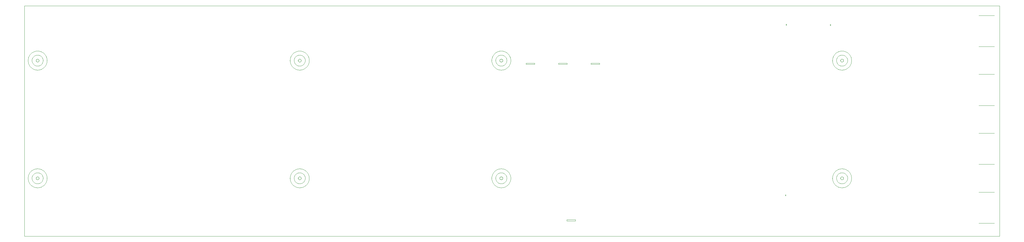
<source format=gts>
*%FSLAX23Y23*%
*%MOIN*%
G01*
D11*
X4162Y5727D02*
X15879D01*
Y8502D02*
X4162D01*
Y5727D01*
X15879D02*
Y8502D01*
D25*
X15651Y5774D02*
D03*
X15442Y8042D02*
D03*
Y7325D02*
D03*
X15540Y7050D02*
D03*
X15577Y7325D02*
D03*
X15540Y7766D02*
D03*
X15577Y8042D02*
D03*
X15576Y8361D02*
D03*
Y7644D02*
D03*
Y6936D02*
D03*
X15442Y6617D02*
D03*
Y5912D02*
D03*
X15577Y5912D02*
D03*
X15540Y6341D02*
D03*
X15577Y6616D02*
D03*
X15576Y6231D02*
D03*
X15268Y7136D02*
D03*
X15268Y7853D02*
D03*
X15280Y5995D02*
D03*
X15268Y6428D02*
D03*
X15048Y7747D02*
D03*
Y7034D02*
D03*
X15154Y7251D02*
D03*
X15154Y7967D02*
D03*
X15048Y6325D02*
D03*
X15154Y6542D02*
D03*
Y5837D02*
D03*
X14957Y7302D02*
D03*
Y7349D02*
D03*
X14957Y8018D02*
D03*
Y8066D02*
D03*
X14973Y7251D02*
D03*
Y7967D02*
D03*
X14957Y6640D02*
D03*
Y6593D02*
D03*
Y5888D02*
D03*
Y5936D02*
D03*
X14946Y6085D02*
D03*
X14973Y5837D02*
D03*
Y6542D02*
D03*
X14659Y7248D02*
D03*
X14649Y7377D02*
D03*
Y8092D02*
D03*
X14657Y6901D02*
D03*
X14650Y7992D02*
D03*
X14725Y7208D02*
D03*
Y7445D02*
D03*
Y7925D02*
D03*
X14727Y8161D02*
D03*
X14717Y7997D02*
D03*
X14718Y8087D02*
D03*
X14717Y7287D02*
D03*
X14716Y7369D02*
D03*
X14697Y7325D02*
D03*
X14697Y8042D02*
D03*
X14658Y6687D02*
D03*
X14661Y6537D02*
D03*
X14657Y6795D02*
D03*
X14664Y5831D02*
D03*
X14667Y5995D02*
D03*
X14726Y6734D02*
D03*
X14725Y6498D02*
D03*
Y5794D02*
D03*
X14718Y5866D02*
D03*
Y5958D02*
D03*
X14716Y6573D02*
D03*
X14715Y6660D02*
D03*
X14697Y6617D02*
D03*
Y5912D02*
D03*
X14726Y6030D02*
D03*
X14632Y6990D02*
D03*
X14463Y8092D02*
D03*
X14461Y7474D02*
D03*
X14472Y7906D02*
D03*
Y7824D02*
D03*
Y7740D02*
D03*
Y7551D02*
D03*
Y7992D02*
D03*
X14473Y7649D02*
D03*
X14549Y8092D02*
D03*
X14615Y7167D02*
D03*
X14564Y7321D02*
D03*
X14520Y6918D02*
D03*
X14516Y7017D02*
D03*
X14511Y7153D02*
D03*
Y7254D02*
D03*
X14564Y7992D02*
D03*
X14471Y6658D02*
D03*
X14472Y6050D02*
D03*
Y6285D02*
D03*
Y6415D02*
D03*
Y6533D02*
D03*
X14513Y5862D02*
D03*
X14606D02*
D03*
X14556Y6684D02*
D03*
X14557Y6801D02*
D03*
X14591Y6583D02*
D03*
X14609Y5963D02*
D03*
X14516D02*
D03*
X14471Y6175D02*
D03*
X14401Y6917D02*
D03*
X14395Y7153D02*
D03*
X14387Y7254D02*
D03*
X14398Y8065D02*
D03*
X14399Y7430D02*
D03*
X14372Y7994D02*
D03*
Y7645D02*
D03*
Y7741D02*
D03*
Y7552D02*
D03*
Y7825D02*
D03*
Y7907D02*
D03*
X14397Y7017D02*
D03*
X14319Y7529D02*
D03*
X14321Y7429D02*
D03*
X14258Y6641D02*
D03*
X14374Y5934D02*
D03*
X14414Y5876D02*
D03*
X14384Y6742D02*
D03*
X14372Y6414D02*
D03*
Y6050D02*
D03*
Y6286D02*
D03*
Y6535D02*
D03*
X14371Y6641D02*
D03*
X14373Y6177D02*
D03*
X14251Y6917D02*
D03*
X14111D02*
D03*
X14250Y7017D02*
D03*
X14111D02*
D03*
X14107Y7153D02*
D03*
X14248D02*
D03*
X14247Y7254D02*
D03*
X14106D02*
D03*
X14115Y8081D02*
D03*
X14196Y7529D02*
D03*
X14197Y7429D02*
D03*
X14108Y6742D02*
D03*
X14110Y6641D02*
D03*
X14256Y6742D02*
D03*
X13948Y6918D02*
D03*
X13946Y7017D02*
D03*
X13941Y7153D02*
D03*
X13943Y7254D02*
D03*
X13977Y8081D02*
D03*
X13915Y7529D02*
D03*
X14055D02*
D03*
X13916Y7429D02*
D03*
X14057D02*
D03*
X13949Y6641D02*
D03*
X13948Y6742D02*
D03*
X13735Y6917D02*
D03*
Y7017D02*
D03*
Y7153D02*
D03*
X13734Y7253D02*
D03*
X13728Y7529D02*
D03*
X13732Y7429D02*
D03*
X13847Y8129D02*
D03*
X13757Y7916D02*
D03*
X13735Y6641D02*
D03*
X13733Y6742D02*
D03*
X13702Y6030D02*
D03*
X13485Y8373D02*
D03*
Y8239D02*
D03*
Y8306D02*
D03*
X13639Y7798D02*
D03*
X13584Y7046D02*
D03*
X13501Y6967D02*
D03*
X13540Y7007D02*
D03*
X13501Y7046D02*
D03*
X13540Y7046D02*
D03*
X13501Y7085D02*
D03*
Y7203D02*
D03*
X13540Y7243D02*
D03*
Y7282D02*
D03*
X13501Y7479D02*
D03*
X13501Y7518D02*
D03*
X13540Y7558D02*
D03*
Y7597D02*
D03*
Y7085D02*
D03*
X13497Y8168D02*
D03*
X13639Y8133D02*
D03*
X13540Y7361D02*
D03*
X13651Y8010D02*
D03*
X13540Y7321D02*
D03*
Y7676D02*
D03*
X13580Y7125D02*
D03*
X13540Y6888D02*
D03*
X13501Y7636D02*
D03*
X13493Y5770D02*
D03*
X13595Y6483D02*
D03*
X13501Y6573D02*
D03*
Y6613D02*
D03*
Y6692D02*
D03*
Y6731D02*
D03*
X13540Y6770D02*
D03*
Y6810D02*
D03*
X13540Y6613D02*
D03*
X13501Y6652D02*
D03*
X13540Y6573D02*
D03*
X13548Y5790D02*
D03*
Y5857D02*
D03*
Y5924D02*
D03*
X13560Y5995D02*
D03*
X13556Y6066D02*
D03*
Y6136D02*
D03*
Y6211D02*
D03*
Y6282D02*
D03*
X13454Y7861D02*
D03*
X13316Y8136D02*
D03*
X13343Y7243D02*
D03*
X13462Y7676D02*
D03*
X13422D02*
D03*
X13383D02*
D03*
X13343Y7676D02*
D03*
X13462Y7046D02*
D03*
Y7243D02*
D03*
X13422Y6888D02*
D03*
X13304Y7440D02*
D03*
X13343Y7518D02*
D03*
X13304Y7125D02*
D03*
X13343D02*
D03*
X13343Y7085D02*
D03*
X13383D02*
D03*
X13462Y7479D02*
D03*
Y7203D02*
D03*
X13462Y7007D02*
D03*
X13304Y7676D02*
D03*
X13462Y7597D02*
D03*
X13422Y7558D02*
D03*
X13462Y7400D02*
D03*
X13383Y7518D02*
D03*
X13343Y6018D02*
D03*
X13462Y6652D02*
D03*
X13383Y6731D02*
D03*
X13462Y6534D02*
D03*
X13422Y6573D02*
D03*
X13383D02*
D03*
X13343D02*
D03*
X13304Y6613D02*
D03*
Y6692D02*
D03*
X13462Y6573D02*
D03*
X13422Y6613D02*
D03*
X13383D02*
D03*
X13343D02*
D03*
X13462Y6692D02*
D03*
X13422D02*
D03*
X13383Y6652D02*
D03*
X13343Y6652D02*
D03*
X13304Y6652D02*
D03*
X13343Y6692D02*
D03*
X13304Y6770D02*
D03*
X13462Y6770D02*
D03*
X13304Y6573D02*
D03*
X13225Y7321D02*
D03*
Y7282D02*
D03*
Y7243D02*
D03*
Y7203D02*
D03*
Y7164D02*
D03*
Y7125D02*
D03*
Y7085D02*
D03*
Y7046D02*
D03*
Y7007D02*
D03*
Y6967D02*
D03*
Y6888D02*
D03*
Y6928D02*
D03*
Y7361D02*
D03*
X13151Y7786D02*
D03*
X13158Y7869D02*
D03*
X13225Y8034D02*
D03*
X13265Y7440D02*
D03*
X13147Y6928D02*
D03*
X13107Y7361D02*
D03*
X13147D02*
D03*
X13186D02*
D03*
X13147Y7243D02*
D03*
Y7203D02*
D03*
Y7125D02*
D03*
Y7046D02*
D03*
Y7007D02*
D03*
X13107Y6967D02*
D03*
X13265Y7400D02*
D03*
X13186Y6888D02*
D03*
X13147D02*
D03*
Y7164D02*
D03*
Y7085D02*
D03*
X13107Y7282D02*
D03*
X13147D02*
D03*
X13107Y7243D02*
D03*
Y7164D02*
D03*
Y7085D02*
D03*
Y7046D02*
D03*
X13147Y6967D02*
D03*
X13107Y7007D02*
D03*
X13186Y7636D02*
D03*
X13147Y7479D02*
D03*
X13095Y6286D02*
D03*
X13158Y5814D02*
D03*
X13186Y6770D02*
D03*
X13225Y6731D02*
D03*
X13186Y6613D02*
D03*
X13265Y6692D02*
D03*
X13225Y6692D02*
D03*
X13186D02*
D03*
X13147Y6692D02*
D03*
X13107D02*
D03*
X13265Y6731D02*
D03*
X13186D02*
D03*
X13147Y6770D02*
D03*
X13107Y6731D02*
D03*
Y6770D02*
D03*
X13265Y6652D02*
D03*
X13225D02*
D03*
X13237Y5904D02*
D03*
X13127Y6286D02*
D03*
X13068Y7361D02*
D03*
Y7479D02*
D03*
Y7282D02*
D03*
Y6967D02*
D03*
Y7007D02*
D03*
Y7203D02*
D03*
Y7164D02*
D03*
Y7125D02*
D03*
Y7085D02*
D03*
Y7046D02*
D03*
Y6692D02*
D03*
X12950Y7440D02*
D03*
X12910D02*
D03*
Y7479D02*
D03*
Y7400D02*
D03*
X12950D02*
D03*
X12910Y7597D02*
D03*
X12950Y7479D02*
D03*
X12910Y7636D02*
D03*
X12950Y7597D02*
D03*
Y7636D02*
D03*
X12910Y7825D02*
D03*
X12989Y6928D02*
D03*
X12910Y7361D02*
D03*
X12989Y6888D02*
D03*
X13029Y6967D02*
D03*
X12910D02*
D03*
X12910Y7558D02*
D03*
X12950Y7558D02*
D03*
X12950Y7518D02*
D03*
X12910Y7558D02*
D03*
X12950Y7518D02*
D03*
Y7558D02*
D03*
X13029Y7361D02*
D03*
X12950D02*
D03*
X13029Y7282D02*
D03*
X12989D02*
D03*
X12950D02*
D03*
X12910D02*
D03*
X12950Y6967D02*
D03*
X12989D02*
D03*
X12910Y7085D02*
D03*
Y7164D02*
D03*
X12950Y7125D02*
D03*
X12910D02*
D03*
X12950Y7046D02*
D03*
X12910Y7007D02*
D03*
X12950D02*
D03*
X13029D02*
D03*
X12989D02*
D03*
Y7046D02*
D03*
Y7085D02*
D03*
X13029Y7046D02*
D03*
X12950Y7085D02*
D03*
X12910Y7046D02*
D03*
X13029Y7243D02*
D03*
X12989D02*
D03*
X13029Y7203D02*
D03*
Y7164D02*
D03*
X12989Y7203D02*
D03*
X12950Y7243D02*
D03*
Y7203D02*
D03*
X12989Y7164D02*
D03*
X13029Y7125D02*
D03*
Y7085D02*
D03*
X12989Y7125D02*
D03*
X12950Y7164D02*
D03*
X12910Y7203D02*
D03*
Y7518D02*
D03*
X12891Y6109D02*
D03*
X13009Y6077D02*
D03*
X12989Y6416D02*
D03*
X12942Y6077D02*
D03*
X13029Y6770D02*
D03*
X13029Y6613D02*
D03*
X13029Y6692D02*
D03*
X12989D02*
D03*
X12950Y6692D02*
D03*
X12910D02*
D03*
X12989Y6731D02*
D03*
X12950Y6613D02*
D03*
X12910D02*
D03*
X13029Y6652D02*
D03*
X12989Y6652D02*
D03*
X12950D02*
D03*
X12910Y6652D02*
D03*
X12950Y6731D02*
D03*
X12989Y6570D02*
D03*
X12946Y5873D02*
D03*
Y5912D02*
D03*
X12918Y5932D02*
D03*
Y5892D02*
D03*
X13009Y6207D02*
D03*
X13032Y6227D02*
D03*
X13056Y6247D02*
D03*
X13060Y6286D02*
D03*
X12914Y6129D02*
D03*
X12938Y6148D02*
D03*
X12962Y6168D02*
D03*
X12985Y6188D02*
D03*
X12871Y7597D02*
D03*
Y7636D02*
D03*
X12714Y7479D02*
D03*
X12832D02*
D03*
X12879Y8121D02*
D03*
X12714Y7636D02*
D03*
X12851Y7723D02*
D03*
X12792Y7676D02*
D03*
X12879Y8199D02*
D03*
X12832Y6928D02*
D03*
X12871Y7282D02*
D03*
X12753Y7046D02*
D03*
Y7203D02*
D03*
Y7164D02*
D03*
X12832Y7125D02*
D03*
Y7164D02*
D03*
Y7203D02*
D03*
Y7007D02*
D03*
X12714Y7361D02*
D03*
Y7400D02*
D03*
X12753Y7636D02*
D03*
X12714Y7164D02*
D03*
X12714Y7125D02*
D03*
X12792Y7597D02*
D03*
X12832D02*
D03*
Y7636D02*
D03*
X12714Y7440D02*
D03*
X12753Y7479D02*
D03*
X12714Y7558D02*
D03*
X12753Y7518D02*
D03*
X12714Y7597D02*
D03*
X12753D02*
D03*
Y7636D02*
D03*
X12792Y7558D02*
D03*
X12832Y7518D02*
D03*
Y7558D02*
D03*
X12871Y7518D02*
D03*
Y7558D02*
D03*
X12714Y7518D02*
D03*
X12753Y7558D02*
D03*
X12832Y6888D02*
D03*
X12792D02*
D03*
X12753D02*
D03*
Y6928D02*
D03*
Y6967D02*
D03*
Y7007D02*
D03*
Y7085D02*
D03*
X12871Y7361D02*
D03*
X12753Y7321D02*
D03*
Y7282D02*
D03*
Y7243D02*
D03*
X12832Y7361D02*
D03*
X12792D02*
D03*
X12753D02*
D03*
X12832Y7085D02*
D03*
Y7046D02*
D03*
Y7243D02*
D03*
X12871Y6967D02*
D03*
Y7203D02*
D03*
Y7164D02*
D03*
Y7085D02*
D03*
Y7046D02*
D03*
Y7007D02*
D03*
X12832Y6967D02*
D03*
Y7282D02*
D03*
X12871Y7243D02*
D03*
X12792Y7636D02*
D03*
X12714Y7676D02*
D03*
X12761Y7999D02*
D03*
X12714Y7518D02*
D03*
X12792Y7479D02*
D03*
Y7597D02*
D03*
X12832D02*
D03*
X12757Y8318D02*
D03*
X12717Y8239D02*
D03*
X12757Y8199D02*
D03*
X12717D02*
D03*
Y8160D02*
D03*
X12757Y8357D02*
D03*
X12717D02*
D03*
X12710Y6266D02*
D03*
X12871Y6054D02*
D03*
X12871Y6692D02*
D03*
X12792Y6692D02*
D03*
X12753Y6731D02*
D03*
X12832Y6692D02*
D03*
X12714Y6534D02*
D03*
X12871Y6573D02*
D03*
X12832D02*
D03*
X12792Y6573D02*
D03*
X12871Y6613D02*
D03*
X12832D02*
D03*
X12792Y6652D02*
D03*
X12714Y6573D02*
D03*
X12792Y6613D02*
D03*
X12832Y6770D02*
D03*
X12847Y5814D02*
D03*
Y5853D02*
D03*
Y5991D02*
D03*
Y6030D02*
D03*
X12824Y5833D02*
D03*
Y5794D02*
D03*
Y6010D02*
D03*
Y5971D02*
D03*
X12517Y7636D02*
D03*
X12635Y7518D02*
D03*
Y7558D02*
D03*
X12556Y7597D02*
D03*
Y7636D02*
D03*
X12674Y7597D02*
D03*
Y7636D02*
D03*
X12595Y7558D02*
D03*
X12517Y7203D02*
D03*
X12517Y6888D02*
D03*
Y7007D02*
D03*
Y7125D02*
D03*
Y7282D02*
D03*
Y7321D02*
D03*
Y7558D02*
D03*
Y7558D02*
D03*
Y7479D02*
D03*
X12517Y7440D02*
D03*
X12517Y7400D02*
D03*
Y7597D02*
D03*
X12517Y7361D02*
D03*
Y7243D02*
D03*
X12639Y8081D02*
D03*
X12599Y8160D02*
D03*
X12560D02*
D03*
X12639Y8239D02*
D03*
X12580Y7888D02*
D03*
X12560Y8239D02*
D03*
X12595Y7636D02*
D03*
X12615Y7751D02*
D03*
X12635Y7321D02*
D03*
Y7243D02*
D03*
X12595D02*
D03*
X12595Y6888D02*
D03*
X12556D02*
D03*
Y6928D02*
D03*
X12595D02*
D03*
X12595Y7440D02*
D03*
X12674Y7361D02*
D03*
X12674Y7203D02*
D03*
Y7125D02*
D03*
X12635D02*
D03*
X12595D02*
D03*
X12556D02*
D03*
X12635Y7164D02*
D03*
X12595D02*
D03*
X12556D02*
D03*
X12635Y7203D02*
D03*
X12595D02*
D03*
X12556D02*
D03*
X12595Y7282D02*
D03*
X12556D02*
D03*
X12595Y7321D02*
D03*
X12556D02*
D03*
X12635Y7361D02*
D03*
X12595D02*
D03*
X12556D02*
D03*
X12635Y7400D02*
D03*
X12595D02*
D03*
X12556Y7400D02*
D03*
X12556Y7440D02*
D03*
X12674Y7558D02*
D03*
X12595Y7676D02*
D03*
X12635Y7597D02*
D03*
X12595D02*
D03*
X12556Y7518D02*
D03*
Y7518D02*
D03*
X12635Y7636D02*
D03*
X12556Y7243D02*
D03*
X12595Y7479D02*
D03*
X12674Y7440D02*
D03*
Y7518D02*
D03*
X12635Y7282D02*
D03*
X12599Y8199D02*
D03*
X12560Y8121D02*
D03*
X12595Y7007D02*
D03*
Y7518D02*
D03*
X12556Y7558D02*
D03*
X12595Y7597D02*
D03*
X12674Y7518D02*
D03*
Y7558D02*
D03*
X12635Y7597D02*
D03*
X12599Y8278D02*
D03*
X12560Y8357D02*
D03*
X12521Y8318D02*
D03*
X12639Y8199D02*
D03*
Y8318D02*
D03*
X12678Y8199D02*
D03*
Y8160D02*
D03*
Y8357D02*
D03*
X12517Y6692D02*
D03*
Y6731D02*
D03*
Y6810D02*
D03*
Y6849D02*
D03*
Y6613D02*
D03*
Y6573D02*
D03*
Y6652D02*
D03*
X12517Y6770D02*
D03*
X12556Y6692D02*
D03*
X12595Y6770D02*
D03*
X12595Y6692D02*
D03*
Y6731D02*
D03*
X12635Y6770D02*
D03*
X12556Y6770D02*
D03*
X12595Y6810D02*
D03*
X12556Y6810D02*
D03*
Y6849D02*
D03*
Y6613D02*
D03*
Y6573D02*
D03*
X12595Y6613D02*
D03*
X12556Y6652D02*
D03*
X12595D02*
D03*
X12595Y6573D02*
D03*
Y6849D02*
D03*
X12635Y6810D02*
D03*
X12635Y6613D02*
D03*
X12674Y6573D02*
D03*
X12635Y6652D02*
D03*
X12674Y6613D02*
D03*
X12635Y6731D02*
D03*
X12635Y6692D02*
D03*
X12674Y6652D02*
D03*
X12635Y6849D02*
D03*
X12556Y6731D02*
D03*
X12674Y6810D02*
D03*
X12662Y6109D02*
D03*
X12682Y6286D02*
D03*
X12643Y5892D02*
D03*
X12662Y6070D02*
D03*
Y6148D02*
D03*
Y6188D02*
D03*
X12686Y6247D02*
D03*
X12662Y6227D02*
D03*
X12666Y6030D02*
D03*
X12643Y6010D02*
D03*
X12619Y5991D02*
D03*
X12595Y5971D02*
D03*
X12572Y5951D02*
D03*
X12548Y5932D02*
D03*
X12525Y5912D02*
D03*
X12619Y5873D02*
D03*
X12595Y5853D02*
D03*
X12572Y5833D02*
D03*
X12548Y5814D02*
D03*
X12521Y5794D02*
D03*
X12690Y6050D02*
D03*
Y6089D02*
D03*
Y6129D02*
D03*
Y6168D02*
D03*
Y6207D02*
D03*
X12477Y7597D02*
D03*
X12442Y8003D02*
D03*
X12481Y8160D02*
D03*
X12403D02*
D03*
X12324D02*
D03*
Y8239D02*
D03*
X12438Y7719D02*
D03*
X12477Y7361D02*
D03*
X12363Y7440D02*
D03*
X12324Y7794D02*
D03*
X12438Y6888D02*
D03*
Y7046D02*
D03*
X12477Y6928D02*
D03*
Y6888D02*
D03*
Y7321D02*
D03*
Y7400D02*
D03*
Y7558D02*
D03*
Y7558D02*
D03*
Y7676D02*
D03*
Y7125D02*
D03*
X12363Y8121D02*
D03*
X12442D02*
D03*
X12481D02*
D03*
X12363Y8239D02*
D03*
X12442D02*
D03*
X12481D02*
D03*
X12477Y7046D02*
D03*
X12363Y7125D02*
D03*
X12438Y7203D02*
D03*
X12477Y7479D02*
D03*
X12387Y7381D02*
D03*
X12438Y7479D02*
D03*
X12477Y7636D02*
D03*
X12395Y7680D02*
D03*
X12403Y8278D02*
D03*
X12363Y8318D02*
D03*
X12481Y8357D02*
D03*
X12438Y7282D02*
D03*
X12442Y8357D02*
D03*
X12438Y7676D02*
D03*
X12477Y7203D02*
D03*
X12403Y6404D02*
D03*
X12332D02*
D03*
X12481Y6652D02*
D03*
X12438Y6613D02*
D03*
Y6731D02*
D03*
X12477Y6613D02*
D03*
X12477Y6692D02*
D03*
Y6731D02*
D03*
Y6849D02*
D03*
Y6573D02*
D03*
X12399Y6652D02*
D03*
X12438D02*
D03*
X12477Y6810D02*
D03*
X12438Y6573D02*
D03*
X12151Y7125D02*
D03*
X12265Y7794D02*
D03*
X12284Y8081D02*
D03*
X12127Y7144D02*
D03*
X12245Y8003D02*
D03*
X12166Y8239D02*
D03*
Y8199D02*
D03*
Y8278D02*
D03*
X12206Y8042D02*
D03*
Y8081D02*
D03*
Y8121D02*
D03*
X12284Y8239D02*
D03*
Y8278D02*
D03*
X12245D02*
D03*
Y8239D02*
D03*
Y8160D02*
D03*
Y8121D02*
D03*
X12284Y8239D02*
D03*
Y8199D02*
D03*
Y8160D02*
D03*
X12245Y8318D02*
D03*
Y8199D02*
D03*
X12206D02*
D03*
X12190Y6688D02*
D03*
X12241Y6680D02*
D03*
X11922Y7172D02*
D03*
X11997Y7396D02*
D03*
X12092Y8231D02*
D03*
X12056Y7333D02*
D03*
X11973Y8243D02*
D03*
Y8164D02*
D03*
Y8203D02*
D03*
X11934Y8243D02*
D03*
X11973Y8282D02*
D03*
X11934Y8203D02*
D03*
Y8321D02*
D03*
X11973D02*
D03*
Y8085D02*
D03*
X11934D02*
D03*
Y8125D02*
D03*
Y8007D02*
D03*
X12013Y8164D02*
D03*
X11973Y8361D02*
D03*
X12044Y7896D02*
D03*
X11934Y7967D02*
D03*
X12103Y8097D02*
D03*
X11942Y5904D02*
D03*
X11938Y6321D02*
D03*
X11954Y6140D02*
D03*
X11942Y5987D02*
D03*
X11895Y8243D02*
D03*
X11855Y8164D02*
D03*
Y8203D02*
D03*
X11816Y8164D02*
D03*
X11737D02*
D03*
X11749Y6853D02*
D03*
X11761Y7310D02*
D03*
Y7341D02*
D03*
X11769Y7038D02*
D03*
X11765Y7073D02*
D03*
X11773Y6999D02*
D03*
X11780Y6959D02*
D03*
X11737Y8243D02*
D03*
X11777Y8282D02*
D03*
X11816Y8243D02*
D03*
X11737Y8125D02*
D03*
X11816D02*
D03*
X11895Y8085D02*
D03*
X11737Y8361D02*
D03*
X11816Y8321D02*
D03*
X11895Y8164D02*
D03*
X11895Y8282D02*
D03*
X11855Y8282D02*
D03*
X11895Y8125D02*
D03*
X11816Y8007D02*
D03*
X11859Y7235D02*
D03*
X11733Y6723D02*
D03*
X11823Y6109D02*
D03*
X11802Y6691D02*
D03*
X11840Y6786D02*
D03*
X11832Y6833D02*
D03*
X11800Y6790D02*
D03*
X11863Y6117D02*
D03*
X11899Y6384D02*
D03*
X11832Y5849D02*
D03*
Y5947D02*
D03*
X11859Y6156D02*
D03*
X11903Y6093D02*
D03*
X11867Y5932D02*
D03*
X11800Y6321D02*
D03*
X11536Y7833D02*
D03*
X11540Y8243D02*
D03*
Y8085D02*
D03*
X11658Y8164D02*
D03*
X11580D02*
D03*
X11698Y8046D02*
D03*
X11698Y8243D02*
D03*
X11619D02*
D03*
X11540Y8125D02*
D03*
X11619Y8125D02*
D03*
X11698D02*
D03*
X11580Y8243D02*
D03*
X11540Y8203D02*
D03*
Y8164D02*
D03*
X11580Y8321D02*
D03*
X11540Y8282D02*
D03*
X11580Y8007D02*
D03*
X11619Y8282D02*
D03*
Y7967D02*
D03*
X11698Y8007D02*
D03*
X11658Y7967D02*
D03*
X11698Y8361D02*
D03*
X11560Y7314D02*
D03*
X11674Y7345D02*
D03*
X11566Y7465D02*
D03*
X11567Y6983D02*
D03*
X11521Y6845D02*
D03*
Y6719D02*
D03*
X11710Y5896D02*
D03*
X11609Y5952D02*
D03*
Y5901D02*
D03*
X11662Y6066D02*
D03*
X11710Y6010D02*
D03*
X11611Y6672D02*
D03*
X11559Y6219D02*
D03*
X11556Y6798D02*
D03*
X11712Y5814D02*
D03*
X11501Y8164D02*
D03*
X11501Y8243D02*
D03*
X11501Y8007D02*
D03*
X11501Y8203D02*
D03*
X11509Y6688D02*
D03*
X11332Y7755D02*
D03*
X11422Y8282D02*
D03*
X11422Y8125D02*
D03*
Y8046D02*
D03*
Y8085D02*
D03*
X11462Y8282D02*
D03*
Y8164D02*
D03*
X11462Y8243D02*
D03*
Y8085D02*
D03*
Y8125D02*
D03*
X11422Y8243D02*
D03*
X11442Y6904D02*
D03*
Y7396D02*
D03*
X11485Y5987D02*
D03*
X11143Y8416D02*
D03*
X11135Y7384D02*
D03*
Y6908D02*
D03*
X11296Y8129D02*
D03*
X11162Y6908D02*
D03*
Y7384D02*
D03*
X11214Y7251D02*
D03*
X11261Y7951D02*
D03*
X11261Y7755D02*
D03*
X11237Y7353D02*
D03*
Y7278D02*
D03*
X11265Y7247D02*
D03*
X11237Y6896D02*
D03*
X11162Y7302D02*
D03*
X11296Y8199D02*
D03*
X11308Y7467D02*
D03*
Y6983D02*
D03*
X11214Y6774D02*
D03*
X11162Y6821D02*
D03*
X11237Y6798D02*
D03*
X11265Y6774D02*
D03*
X10993Y8416D02*
D03*
X11123Y7251D02*
D03*
X11029Y7321D02*
D03*
X11111Y7042D02*
D03*
X11111Y7519D02*
D03*
X11110Y8044D02*
D03*
X10962Y8085D02*
D03*
X10996Y7219D02*
D03*
X11032Y6865D02*
D03*
X11119Y7101D02*
D03*
X11111Y7566D02*
D03*
X10944Y5833D02*
D03*
X10934Y5901D02*
D03*
X11056Y6067D02*
D03*
X11048Y6188D02*
D03*
X10996Y6761D02*
D03*
X11083Y6219D02*
D03*
X11123Y6774D02*
D03*
X10808Y7066D02*
D03*
X10769Y7290D02*
D03*
X10800Y6991D02*
D03*
X10804Y6928D02*
D03*
X10828Y8066D02*
D03*
X10820Y6274D02*
D03*
X10887Y6066D02*
D03*
X10769Y6833D02*
D03*
X10540Y8160D02*
D03*
Y8105D02*
D03*
X10721Y8160D02*
D03*
X10631Y7951D02*
D03*
X10639Y6274D02*
D03*
X10729Y6066D02*
D03*
X10639Y6219D02*
D03*
X10438Y8066D02*
D03*
X10151Y8160D02*
D03*
X10151Y8105D02*
D03*
Y6963D02*
D03*
X10229Y7105D02*
D03*
X10332Y8160D02*
D03*
X10241Y7947D02*
D03*
X10190Y6963D02*
D03*
X9954Y7105D02*
D03*
X10032Y6963D02*
D03*
X9993D02*
D03*
X10111Y6963D02*
D03*
X10072Y6963D02*
D03*
X10119Y5959D02*
D03*
X9757Y6963D02*
D03*
X9836Y6963D02*
D03*
X9796D02*
D03*
X9914D02*
D03*
X9875D02*
D03*
X9560D02*
D03*
X9678Y7105D02*
D03*
X9639Y6963D02*
D03*
X9599Y6963D02*
D03*
X9717Y6963D02*
D03*
X9674Y6570D02*
D03*
X9651Y6097D02*
D03*
X9623D02*
D03*
X9717Y6310D02*
D03*
Y6278D02*
D03*
Y6215D02*
D03*
X9717Y6247D02*
D03*
X9717Y6341D02*
D03*
X9674Y6644D02*
D03*
X9403Y7105D02*
D03*
X9481Y6963D02*
D03*
X9442D02*
D03*
X9521D02*
D03*
X9369Y6702D02*
D03*
X9454Y6274D02*
D03*
X9446Y6388D02*
D03*
Y6070D02*
D03*
X9477D02*
D03*
X9509Y6070D02*
D03*
X9540Y6070D02*
D03*
X9450Y6207D02*
D03*
X9206Y7105D02*
D03*
X9284Y6963D02*
D03*
X9245D02*
D03*
X9324D02*
D03*
X9363Y6963D02*
D03*
X9198Y6010D02*
D03*
X9217Y6412D02*
D03*
Y6365D02*
D03*
X9347Y6337D02*
D03*
X9351Y6070D02*
D03*
X9328Y6274D02*
D03*
X9312Y6243D02*
D03*
X9300Y6207D02*
D03*
X9088Y7105D02*
D03*
X9127Y6975D02*
D03*
X9166D02*
D03*
X9060Y6534D02*
D03*
X9131D02*
D03*
X6651Y7400D02*
D03*
X6690Y7550D02*
D03*
X6595Y7451D02*
D03*
X6623Y7428D02*
D03*
X5561Y7916D02*
D03*
X5473Y7026D02*
D03*
X5536Y7203D02*
D03*
X5323Y7667D02*
D03*
Y7130D02*
D03*
X5371Y6999D02*
D03*
X5308Y6896D02*
D03*
X5340Y6849D02*
D03*
X5371Y6802D02*
D03*
X5068Y7400D02*
D03*
X5060Y6947D02*
D03*
X5210Y7168D02*
D03*
X5208Y7712D02*
D03*
X5233Y6703D02*
D03*
X4969Y7861D02*
D03*
Y7999D02*
D03*
X5001Y6900D02*
D03*
X5056Y6751D02*
D03*
X4812Y7196D02*
D03*
X4808Y7652D02*
D03*
X4851Y6900D02*
D03*
X4843Y7755D02*
D03*
X4813Y6652D02*
D03*
X4473Y7235D02*
D03*
X4654Y7719D02*
D03*
X4572Y6947D02*
D03*
X4568Y7050D02*
D03*
Y7251D02*
D03*
Y7400D02*
D03*
X4564Y7601D02*
D03*
X4501Y6983D02*
D03*
X4536Y6884D02*
D03*
X4532Y7369D02*
D03*
X4501Y7286D02*
D03*
X4568Y7503D02*
D03*
X4592Y7896D02*
D03*
X4576Y6755D02*
D03*
Y6849D02*
D03*
X4466Y7022D02*
D03*
D26*
X12418Y6711D02*
D03*
X12458D02*
D03*
X12497D02*
D03*
X12536D02*
D03*
X12576D02*
D03*
X12418Y6751D02*
D03*
X12458D02*
D03*
X12497D02*
D03*
X12536D02*
D03*
X12418Y6790D02*
D03*
X12458D02*
D03*
X12497D02*
D03*
X12536D02*
D03*
X12418Y6829D02*
D03*
X12458D02*
D03*
X12497D02*
D03*
X12536D02*
D03*
X12418Y6869D02*
D03*
X12458D02*
D03*
X12497D02*
D03*
X12536D02*
D03*
X12418Y6908D02*
D03*
X12458D02*
D03*
X12497D02*
D03*
X12536D02*
D03*
X12418Y6947D02*
D03*
X12458D02*
D03*
X12497D02*
D03*
X12536D02*
D03*
X12418Y6987D02*
D03*
X12458D02*
D03*
X12497D02*
D03*
X12536D02*
D03*
X12418Y7026D02*
D03*
X12458D02*
D03*
X12497D02*
D03*
X12536D02*
D03*
X12418Y7066D02*
D03*
X12458D02*
D03*
X12497D02*
D03*
X12536D02*
D03*
X12418Y7105D02*
D03*
X12458D02*
D03*
X12536D02*
D03*
X12497D02*
D03*
X12418Y7144D02*
D03*
X12458D02*
D03*
X12497D02*
D03*
X12536D02*
D03*
X12418Y7184D02*
D03*
X12458D02*
D03*
X12497D02*
D03*
X12536D02*
D03*
X12418Y7223D02*
D03*
X12458D02*
D03*
X12497D02*
D03*
X12536D02*
D03*
X12418Y7262D02*
D03*
X12458D02*
D03*
X12497D02*
D03*
X12536D02*
D03*
X12418Y7302D02*
D03*
Y7341D02*
D03*
Y7381D02*
D03*
Y7420D02*
D03*
Y7459D02*
D03*
Y7499D02*
D03*
Y7538D02*
D03*
Y7577D02*
D03*
Y7617D02*
D03*
X12458Y7302D02*
D03*
Y7341D02*
D03*
Y7381D02*
D03*
Y7420D02*
D03*
Y7459D02*
D03*
Y7499D02*
D03*
Y7538D02*
D03*
Y7577D02*
D03*
Y7617D02*
D03*
X12497Y7302D02*
D03*
Y7341D02*
D03*
Y7381D02*
D03*
Y7420D02*
D03*
Y7459D02*
D03*
Y7499D02*
D03*
Y7538D02*
D03*
Y7577D02*
D03*
Y7617D02*
D03*
X12536Y7302D02*
D03*
Y7341D02*
D03*
Y7381D02*
D03*
Y7420D02*
D03*
Y7459D02*
D03*
Y7499D02*
D03*
Y7538D02*
D03*
Y7577D02*
D03*
Y7617D02*
D03*
X12418Y6593D02*
D03*
Y6633D02*
D03*
Y6672D02*
D03*
X12458Y6554D02*
D03*
Y6593D02*
D03*
Y6633D02*
D03*
Y6672D02*
D03*
X12497Y6554D02*
D03*
Y6593D02*
D03*
Y6633D02*
D03*
Y6672D02*
D03*
X12536Y6554D02*
D03*
Y6593D02*
D03*
Y6633D02*
D03*
Y6672D02*
D03*
X12576Y6554D02*
D03*
Y6593D02*
D03*
Y6633D02*
D03*
Y6672D02*
D03*
X12615Y6554D02*
D03*
Y6593D02*
D03*
Y6633D02*
D03*
Y6672D02*
D03*
X12654Y6554D02*
D03*
Y6593D02*
D03*
Y6633D02*
D03*
Y6672D02*
D03*
X12694Y6554D02*
D03*
Y6593D02*
D03*
Y6633D02*
D03*
Y6672D02*
D03*
X12733Y6554D02*
D03*
Y6593D02*
D03*
Y6633D02*
D03*
Y6672D02*
D03*
X12773Y6554D02*
D03*
Y6593D02*
D03*
Y6633D02*
D03*
Y6672D02*
D03*
X12812Y6554D02*
D03*
Y6593D02*
D03*
Y6633D02*
D03*
Y6672D02*
D03*
X12851Y6554D02*
D03*
Y6593D02*
D03*
Y6633D02*
D03*
Y6672D02*
D03*
X12891Y6554D02*
D03*
Y6593D02*
D03*
Y6633D02*
D03*
Y6672D02*
D03*
X12930Y6554D02*
D03*
Y6593D02*
D03*
Y6633D02*
D03*
Y6672D02*
D03*
X12969Y6554D02*
D03*
Y6593D02*
D03*
Y6633D02*
D03*
X13009D02*
D03*
X12969Y6672D02*
D03*
X13009Y6554D02*
D03*
Y6593D02*
D03*
Y6672D02*
D03*
X13048Y6554D02*
D03*
Y6593D02*
D03*
Y6633D02*
D03*
Y6672D02*
D03*
X13088Y6554D02*
D03*
Y6593D02*
D03*
Y6633D02*
D03*
Y6672D02*
D03*
X13127Y6554D02*
D03*
Y6593D02*
D03*
Y6633D02*
D03*
Y6672D02*
D03*
X13166Y6554D02*
D03*
Y6593D02*
D03*
Y6633D02*
D03*
Y6672D02*
D03*
X13206Y6554D02*
D03*
Y6593D02*
D03*
Y6633D02*
D03*
Y6672D02*
D03*
X13245Y6554D02*
D03*
Y6593D02*
D03*
Y6633D02*
D03*
Y6672D02*
D03*
X13284Y6554D02*
D03*
Y6593D02*
D03*
Y6633D02*
D03*
Y6672D02*
D03*
X13324Y6554D02*
D03*
Y6593D02*
D03*
Y6633D02*
D03*
Y6672D02*
D03*
X13363Y6554D02*
D03*
Y6593D02*
D03*
Y6633D02*
D03*
Y6672D02*
D03*
X13403Y6554D02*
D03*
Y6593D02*
D03*
Y6633D02*
D03*
Y6672D02*
D03*
X13442Y6554D02*
D03*
Y6593D02*
D03*
Y6633D02*
D03*
Y6672D02*
D03*
X13481Y6554D02*
D03*
Y6593D02*
D03*
Y6633D02*
D03*
Y6672D02*
D03*
X13521Y6554D02*
D03*
Y6593D02*
D03*
Y6633D02*
D03*
Y6672D02*
D03*
X13560Y6593D02*
D03*
Y6633D02*
D03*
Y6672D02*
D03*
Y6711D02*
D03*
X12418Y7656D02*
D03*
X12458D02*
D03*
X12497D02*
D03*
X12536D02*
D03*
X12458Y7696D02*
D03*
X12497D02*
D03*
X12536D02*
D03*
X12576D02*
D03*
X13521Y6711D02*
D03*
X13481D02*
D03*
X13442D02*
D03*
X12969Y7105D02*
D03*
X13403Y6711D02*
D03*
X13363Y6711D02*
D03*
X13324D02*
D03*
X13284D02*
D03*
X13245D02*
D03*
X13206D02*
D03*
X13166D02*
D03*
X13127D02*
D03*
X13088D02*
D03*
X13048D02*
D03*
X13009D02*
D03*
X12969D02*
D03*
X12930D02*
D03*
X12891D02*
D03*
X12851D02*
D03*
X12812D02*
D03*
X12773D02*
D03*
X12733D02*
D03*
X12694D02*
D03*
X12654D02*
D03*
X12615D02*
D03*
X12576Y6751D02*
D03*
X12615D02*
D03*
X12654D02*
D03*
X12694D02*
D03*
X12733D02*
D03*
X12773D02*
D03*
X12812D02*
D03*
X12851D02*
D03*
X12891D02*
D03*
X12930D02*
D03*
X12969D02*
D03*
X13009D02*
D03*
X13048D02*
D03*
X13088D02*
D03*
X13127D02*
D03*
X13166D02*
D03*
X13206D02*
D03*
X13245D02*
D03*
X13284D02*
D03*
X13324D02*
D03*
X13363D02*
D03*
X13403Y6751D02*
D03*
X13442D02*
D03*
X13481D02*
D03*
X13521D02*
D03*
X13560Y6751D02*
D03*
Y6790D02*
D03*
X13521Y6790D02*
D03*
X13481D02*
D03*
X13442D02*
D03*
X13403D02*
D03*
X13363Y6790D02*
D03*
X13324D02*
D03*
X13284D02*
D03*
X13245D02*
D03*
X13206D02*
D03*
X13166D02*
D03*
X13127D02*
D03*
X13088D02*
D03*
X13048D02*
D03*
X13009D02*
D03*
X12969D02*
D03*
X12930D02*
D03*
X12891D02*
D03*
X12851D02*
D03*
X12812D02*
D03*
X12773D02*
D03*
X12733D02*
D03*
X12694D02*
D03*
X12654D02*
D03*
X12615D02*
D03*
X12576D02*
D03*
Y6829D02*
D03*
X12615D02*
D03*
X12654D02*
D03*
X12694D02*
D03*
X12733D02*
D03*
X12773D02*
D03*
X12812D02*
D03*
X12851D02*
D03*
X12891D02*
D03*
X12930D02*
D03*
X12969D02*
D03*
X13009D02*
D03*
X13048D02*
D03*
X13088D02*
D03*
X13127D02*
D03*
X13166D02*
D03*
X13206D02*
D03*
X13245D02*
D03*
X13284D02*
D03*
X13324D02*
D03*
X13363D02*
D03*
X13403Y6829D02*
D03*
X13442D02*
D03*
X13481D02*
D03*
X13521D02*
D03*
X13560Y6829D02*
D03*
X13521Y6869D02*
D03*
X13560Y6869D02*
D03*
X13481Y6869D02*
D03*
X13442D02*
D03*
X13403D02*
D03*
X13363Y6869D02*
D03*
X13324D02*
D03*
X13284D02*
D03*
X13245D02*
D03*
X13206D02*
D03*
X13166D02*
D03*
X13127D02*
D03*
X13088D02*
D03*
X13048D02*
D03*
X13009D02*
D03*
X12969D02*
D03*
X12930D02*
D03*
X12891D02*
D03*
X12851D02*
D03*
X12812D02*
D03*
X12773D02*
D03*
X12733D02*
D03*
X12694D02*
D03*
X12654D02*
D03*
X12615D02*
D03*
X12576D02*
D03*
Y6908D02*
D03*
X12615D02*
D03*
X12654D02*
D03*
X12694D02*
D03*
X12733D02*
D03*
X12773D02*
D03*
X12812D02*
D03*
X12851D02*
D03*
X12891D02*
D03*
X12930D02*
D03*
X12969D02*
D03*
X13009D02*
D03*
X13048D02*
D03*
X13088D02*
D03*
X13127D02*
D03*
X13166D02*
D03*
X13206D02*
D03*
X13245D02*
D03*
X13284D02*
D03*
X13324D02*
D03*
X13363D02*
D03*
X13403Y6908D02*
D03*
X13442D02*
D03*
X13481D02*
D03*
X13521D02*
D03*
X13560Y6908D02*
D03*
X13206Y6947D02*
D03*
X13245D02*
D03*
X13284D02*
D03*
X13324D02*
D03*
X13363D02*
D03*
X13403Y6947D02*
D03*
X13442D02*
D03*
X13481D02*
D03*
X13521D02*
D03*
X13560Y6947D02*
D03*
X13166D02*
D03*
X13127D02*
D03*
X13088D02*
D03*
X13048D02*
D03*
X13009D02*
D03*
X12969D02*
D03*
X12930D02*
D03*
X12891D02*
D03*
X12851D02*
D03*
X12812D02*
D03*
X12773D02*
D03*
X12733D02*
D03*
X12694D02*
D03*
X12654D02*
D03*
X12615D02*
D03*
X12576D02*
D03*
Y6987D02*
D03*
X12615D02*
D03*
X12654D02*
D03*
X12694D02*
D03*
X12733D02*
D03*
X12773D02*
D03*
X12812D02*
D03*
X12851D02*
D03*
X12891D02*
D03*
X12930D02*
D03*
X12969D02*
D03*
X13009D02*
D03*
X13048D02*
D03*
X13088D02*
D03*
X13127D02*
D03*
X13166D02*
D03*
X13206D02*
D03*
X13245D02*
D03*
X13284D02*
D03*
X13324D02*
D03*
X13363D02*
D03*
X13403Y6987D02*
D03*
X13442D02*
D03*
X13481D02*
D03*
X13521D02*
D03*
X13560Y6987D02*
D03*
Y7026D02*
D03*
X13521Y7026D02*
D03*
X13481D02*
D03*
X13442D02*
D03*
X13403D02*
D03*
X13363Y7026D02*
D03*
X13324D02*
D03*
X13284D02*
D03*
X13245D02*
D03*
X13206D02*
D03*
X13166D02*
D03*
X13127D02*
D03*
X13088D02*
D03*
X13048D02*
D03*
X13009D02*
D03*
X12969D02*
D03*
X12930D02*
D03*
X12891D02*
D03*
X12851D02*
D03*
X12812D02*
D03*
X12773D02*
D03*
X12733D02*
D03*
X12694D02*
D03*
X12654D02*
D03*
X12615D02*
D03*
X12576D02*
D03*
Y7066D02*
D03*
X12615D02*
D03*
X12654D02*
D03*
X12694D02*
D03*
X12733D02*
D03*
X12773D02*
D03*
X12812D02*
D03*
X12851D02*
D03*
X12891D02*
D03*
X12930D02*
D03*
X12969D02*
D03*
X13009D02*
D03*
X13048D02*
D03*
X13088D02*
D03*
X13127D02*
D03*
X13166D02*
D03*
X13206D02*
D03*
X13245D02*
D03*
X13284D02*
D03*
X13324D02*
D03*
X13363D02*
D03*
X13403Y7066D02*
D03*
X13442D02*
D03*
X13481D02*
D03*
X13521D02*
D03*
X13560Y7066D02*
D03*
Y7105D02*
D03*
X13521Y7105D02*
D03*
X13481D02*
D03*
X13442D02*
D03*
X13403D02*
D03*
X13363Y7105D02*
D03*
X13324D02*
D03*
X13284D02*
D03*
X13245D02*
D03*
X13206D02*
D03*
X13166D02*
D03*
X13127D02*
D03*
X13088D02*
D03*
X13048D02*
D03*
X13009D02*
D03*
X12930D02*
D03*
X12891D02*
D03*
X12851D02*
D03*
X12812D02*
D03*
X12773D02*
D03*
X12733D02*
D03*
X12694D02*
D03*
X12654D02*
D03*
X12615D02*
D03*
X12576D02*
D03*
Y7144D02*
D03*
X12615D02*
D03*
X12654D02*
D03*
X12694D02*
D03*
X12733D02*
D03*
X12773D02*
D03*
X12812D02*
D03*
X12851D02*
D03*
X12891D02*
D03*
X12930D02*
D03*
X12969D02*
D03*
X13009D02*
D03*
X13048D02*
D03*
X13088D02*
D03*
X13127D02*
D03*
X13166D02*
D03*
X13206D02*
D03*
X13245D02*
D03*
X13284D02*
D03*
X13324D02*
D03*
X13363D02*
D03*
X13403Y7144D02*
D03*
X13442D02*
D03*
X13481D02*
D03*
X13521D02*
D03*
X13560Y7144D02*
D03*
Y7184D02*
D03*
X13521Y7184D02*
D03*
X13481D02*
D03*
X13442D02*
D03*
X13403D02*
D03*
X13363Y7184D02*
D03*
X13324D02*
D03*
X13284D02*
D03*
X13245D02*
D03*
X13206D02*
D03*
X13166D02*
D03*
X13127D02*
D03*
X13088D02*
D03*
X13048D02*
D03*
X13009D02*
D03*
X12969D02*
D03*
X12930D02*
D03*
X12891D02*
D03*
X12851D02*
D03*
X12812D02*
D03*
X12773D02*
D03*
X12733D02*
D03*
X12694D02*
D03*
X12654D02*
D03*
X12615D02*
D03*
X12576D02*
D03*
Y7223D02*
D03*
X12615D02*
D03*
X12654D02*
D03*
X12694D02*
D03*
X12733D02*
D03*
X12773D02*
D03*
X12812D02*
D03*
X12851D02*
D03*
X12891D02*
D03*
X12930D02*
D03*
X12969D02*
D03*
X13009D02*
D03*
X13048D02*
D03*
X13088D02*
D03*
X13127D02*
D03*
X13166D02*
D03*
X13206D02*
D03*
X13245D02*
D03*
X13284D02*
D03*
X13324D02*
D03*
X13363D02*
D03*
X13403Y7223D02*
D03*
X13442D02*
D03*
X13481D02*
D03*
X13521D02*
D03*
X13560Y7223D02*
D03*
X13521Y7262D02*
D03*
X13560Y7262D02*
D03*
X13481Y7262D02*
D03*
X13442D02*
D03*
X13403D02*
D03*
X13363Y7262D02*
D03*
X13324D02*
D03*
X13284D02*
D03*
X13245D02*
D03*
X13206D02*
D03*
X13166D02*
D03*
X13127D02*
D03*
X13088D02*
D03*
X13048D02*
D03*
X13009D02*
D03*
X12969D02*
D03*
X12930D02*
D03*
X12891D02*
D03*
X12851D02*
D03*
X12812D02*
D03*
X12773D02*
D03*
X12733D02*
D03*
X12694D02*
D03*
X12654D02*
D03*
X12615D02*
D03*
X12576D02*
D03*
Y7302D02*
D03*
X12615D02*
D03*
X12654D02*
D03*
X12694D02*
D03*
X12733D02*
D03*
X12773D02*
D03*
X12812D02*
D03*
X12851D02*
D03*
X12891D02*
D03*
X12930D02*
D03*
X12969D02*
D03*
X13009D02*
D03*
X13048D02*
D03*
X13088D02*
D03*
X13127D02*
D03*
X13166D02*
D03*
X13206D02*
D03*
X13245D02*
D03*
X13284D02*
D03*
X13324D02*
D03*
X13363D02*
D03*
X13403Y7302D02*
D03*
X13442D02*
D03*
X13481D02*
D03*
X13521D02*
D03*
X13560Y7302D02*
D03*
X13206Y7341D02*
D03*
X13245D02*
D03*
X13284D02*
D03*
X13324D02*
D03*
X13363D02*
D03*
X13442Y7341D02*
D03*
X13403D02*
D03*
X13481D02*
D03*
X13521D02*
D03*
X13560Y7341D02*
D03*
X12576D02*
D03*
X12615D02*
D03*
X12654D02*
D03*
X12694D02*
D03*
X12733D02*
D03*
X12773D02*
D03*
X12812D02*
D03*
X12851D02*
D03*
X12891D02*
D03*
X12930D02*
D03*
X12969D02*
D03*
X13009D02*
D03*
X13048D02*
D03*
X13088D02*
D03*
X13127D02*
D03*
X13166D02*
D03*
X12576Y7381D02*
D03*
X12615D02*
D03*
X12654D02*
D03*
X12694D02*
D03*
X12733D02*
D03*
X12773D02*
D03*
X12812D02*
D03*
X12851D02*
D03*
X12891D02*
D03*
X12930D02*
D03*
X12969D02*
D03*
X13009D02*
D03*
X13048D02*
D03*
X13088D02*
D03*
X13127D02*
D03*
X13166D02*
D03*
X13206D02*
D03*
X13245D02*
D03*
X13284D02*
D03*
X13324D02*
D03*
X13363D02*
D03*
X13403Y7381D02*
D03*
X13442D02*
D03*
X13481D02*
D03*
X13521D02*
D03*
X13560Y7381D02*
D03*
X12576Y7420D02*
D03*
X12615D02*
D03*
X12654D02*
D03*
X12694D02*
D03*
X12733D02*
D03*
X12773D02*
D03*
X12851D02*
D03*
X12812D02*
D03*
X12891D02*
D03*
X12930D02*
D03*
X12969D02*
D03*
X13009D02*
D03*
X13048D02*
D03*
X13088D02*
D03*
X13127D02*
D03*
X13166D02*
D03*
X13206D02*
D03*
X13245D02*
D03*
X13284D02*
D03*
X13324D02*
D03*
X13363D02*
D03*
X13403Y7420D02*
D03*
X13442D02*
D03*
X13481D02*
D03*
X13521D02*
D03*
X13560Y7420D02*
D03*
X12576Y7459D02*
D03*
X12615D02*
D03*
X12654D02*
D03*
X12694D02*
D03*
X12733D02*
D03*
X12773D02*
D03*
X12812D02*
D03*
X12851D02*
D03*
X12891D02*
D03*
X12930D02*
D03*
X12969D02*
D03*
X13009D02*
D03*
X13048D02*
D03*
X13088D02*
D03*
X13127D02*
D03*
X13166D02*
D03*
X13206D02*
D03*
X13245D02*
D03*
X13284D02*
D03*
X13324D02*
D03*
X13363D02*
D03*
X13403Y7459D02*
D03*
X13442D02*
D03*
X13481D02*
D03*
X13521D02*
D03*
X13560Y7459D02*
D03*
X12576Y7499D02*
D03*
X12615D02*
D03*
X12654D02*
D03*
X12694D02*
D03*
X12773D02*
D03*
X12812D02*
D03*
X12733D02*
D03*
X12851D02*
D03*
X12891D02*
D03*
X12930D02*
D03*
X12969D02*
D03*
X13009D02*
D03*
X13048D02*
D03*
X13088D02*
D03*
X13127D02*
D03*
X13166D02*
D03*
X13206D02*
D03*
X13245D02*
D03*
X13284D02*
D03*
X13324D02*
D03*
X13363D02*
D03*
X13403Y7499D02*
D03*
X13442D02*
D03*
X13481D02*
D03*
X13521D02*
D03*
X13560Y7499D02*
D03*
X12576Y7538D02*
D03*
X12615D02*
D03*
X12654D02*
D03*
X12694D02*
D03*
X12733D02*
D03*
X12773D02*
D03*
X12812D02*
D03*
X12851D02*
D03*
X12891D02*
D03*
X12930D02*
D03*
X12969D02*
D03*
X13009D02*
D03*
X13048D02*
D03*
X13088D02*
D03*
X13127D02*
D03*
X13166D02*
D03*
X13206D02*
D03*
X13245D02*
D03*
X13284D02*
D03*
X13324D02*
D03*
X13363D02*
D03*
X13403Y7538D02*
D03*
X13442D02*
D03*
X13481D02*
D03*
X13521D02*
D03*
X13560Y7538D02*
D03*
X12576Y7577D02*
D03*
X12615D02*
D03*
X12654D02*
D03*
X12694D02*
D03*
X12733D02*
D03*
X12773D02*
D03*
X12812D02*
D03*
X12851D02*
D03*
X12891D02*
D03*
X12930D02*
D03*
X12969D02*
D03*
X13009D02*
D03*
X13048D02*
D03*
X13088D02*
D03*
X13127D02*
D03*
X13166D02*
D03*
X13206D02*
D03*
X13245D02*
D03*
X13284D02*
D03*
X13324D02*
D03*
X13363D02*
D03*
X13403Y7577D02*
D03*
X13442D02*
D03*
X13481D02*
D03*
X13521D02*
D03*
X13560Y7577D02*
D03*
X12576Y7617D02*
D03*
X12615D02*
D03*
X12654D02*
D03*
X12694D02*
D03*
X12733D02*
D03*
X12773D02*
D03*
X12812D02*
D03*
X12851D02*
D03*
X12891D02*
D03*
X12930D02*
D03*
X12969D02*
D03*
X13009D02*
D03*
X13048D02*
D03*
X13088D02*
D03*
X13127D02*
D03*
X13166D02*
D03*
X13206D02*
D03*
X13245D02*
D03*
X13284D02*
D03*
X13324D02*
D03*
X13363D02*
D03*
X13403Y7617D02*
D03*
X13442D02*
D03*
X13481D02*
D03*
X13521D02*
D03*
X13560Y7617D02*
D03*
X12576Y7656D02*
D03*
X12615D02*
D03*
X12654D02*
D03*
X12694D02*
D03*
X12733D02*
D03*
X12773D02*
D03*
X12812D02*
D03*
X12851D02*
D03*
X12891D02*
D03*
X12930D02*
D03*
X12969D02*
D03*
X13009D02*
D03*
X13048D02*
D03*
X13088D02*
D03*
X13127D02*
D03*
X13166D02*
D03*
X13206D02*
D03*
X13245D02*
D03*
X13284D02*
D03*
X13324D02*
D03*
X13363D02*
D03*
X13403Y7656D02*
D03*
X13442D02*
D03*
X13481D02*
D03*
X13521D02*
D03*
X13560Y7656D02*
D03*
X12615Y7696D02*
D03*
X12654D02*
D03*
X12694D02*
D03*
X12733D02*
D03*
X12773D02*
D03*
X12812D02*
D03*
X12851D02*
D03*
X12891D02*
D03*
X12930D02*
D03*
X12969D02*
D03*
X13009D02*
D03*
X13048D02*
D03*
X13088D02*
D03*
X13127D02*
D03*
X13166D02*
D03*
X13206D02*
D03*
X13245D02*
D03*
X13284D02*
D03*
X13324D02*
D03*
X13363D02*
D03*
X13403Y7696D02*
D03*
X13442D02*
D03*
X13481D02*
D03*
X13521D02*
D03*
X12383Y8101D02*
D03*
X12186Y8377D02*
D03*
X12225D02*
D03*
X12265D02*
D03*
X12304D02*
D03*
X12343D02*
D03*
X12383D02*
D03*
Y8337D02*
D03*
X12343D02*
D03*
X12304D02*
D03*
X12265D02*
D03*
X12225D02*
D03*
X12186D02*
D03*
Y8298D02*
D03*
X12225D02*
D03*
X12265D02*
D03*
X12304D02*
D03*
X12343D02*
D03*
X12383D02*
D03*
Y8258D02*
D03*
X12343D02*
D03*
X12304D02*
D03*
X12265D02*
D03*
X12225D02*
D03*
X12186D02*
D03*
Y8219D02*
D03*
X12225D02*
D03*
X12265D02*
D03*
X12304D02*
D03*
X12343D02*
D03*
X12383D02*
D03*
Y8180D02*
D03*
X12343D02*
D03*
X12304D02*
D03*
X12265D02*
D03*
X12225D02*
D03*
X12186D02*
D03*
Y8140D02*
D03*
X12225D02*
D03*
X12265D02*
D03*
X12304D02*
D03*
X12343D02*
D03*
X12383D02*
D03*
X12343Y8101D02*
D03*
X12304D02*
D03*
X12265D02*
D03*
X12225D02*
D03*
X12186D02*
D03*
Y8062D02*
D03*
X12225D02*
D03*
X12265D02*
D03*
X12304D02*
D03*
X12343D02*
D03*
X12383D02*
D03*
Y8022D02*
D03*
X12343D02*
D03*
X12304D02*
D03*
X12265D02*
D03*
X12225D02*
D03*
X12186D02*
D03*
Y7983D02*
D03*
X12225D02*
D03*
X12265D02*
D03*
X12304D02*
D03*
X12343D02*
D03*
X12383D02*
D03*
X12422D02*
D03*
Y8022D02*
D03*
Y8062D02*
D03*
Y8101D02*
D03*
Y8140D02*
D03*
Y8180D02*
D03*
Y8219D02*
D03*
Y8258D02*
D03*
Y8298D02*
D03*
Y8337D02*
D03*
Y8377D02*
D03*
X12462D02*
D03*
Y8337D02*
D03*
Y8298D02*
D03*
Y8258D02*
D03*
Y8219D02*
D03*
Y8180D02*
D03*
Y8140D02*
D03*
Y8101D02*
D03*
Y8062D02*
D03*
Y8022D02*
D03*
Y7983D02*
D03*
X12501D02*
D03*
Y8022D02*
D03*
Y8062D02*
D03*
Y8101D02*
D03*
Y8140D02*
D03*
Y8180D02*
D03*
Y8219D02*
D03*
Y8258D02*
D03*
Y8298D02*
D03*
Y8337D02*
D03*
Y8377D02*
D03*
X12540D02*
D03*
Y8337D02*
D03*
Y8298D02*
D03*
Y8258D02*
D03*
Y8219D02*
D03*
Y8180D02*
D03*
Y8140D02*
D03*
Y8101D02*
D03*
Y8062D02*
D03*
Y8022D02*
D03*
Y7983D02*
D03*
X12580Y7983D02*
D03*
Y8022D02*
D03*
Y8062D02*
D03*
Y8101D02*
D03*
Y8140D02*
D03*
Y8180D02*
D03*
Y8219D02*
D03*
Y8258D02*
D03*
Y8298D02*
D03*
Y8337D02*
D03*
Y8377D02*
D03*
X12619D02*
D03*
Y8337D02*
D03*
Y8298D02*
D03*
Y8258D02*
D03*
Y8219D02*
D03*
Y8180D02*
D03*
Y8140D02*
D03*
Y8101D02*
D03*
Y8062D02*
D03*
Y8022D02*
D03*
Y7983D02*
D03*
X12698Y8022D02*
D03*
X12658Y7983D02*
D03*
Y8022D02*
D03*
Y8062D02*
D03*
Y8101D02*
D03*
Y8140D02*
D03*
Y8180D02*
D03*
Y8219D02*
D03*
Y8258D02*
D03*
Y8298D02*
D03*
Y8337D02*
D03*
Y8377D02*
D03*
X12737Y8062D02*
D03*
X12698Y7983D02*
D03*
Y8062D02*
D03*
Y8101D02*
D03*
Y8140D02*
D03*
Y8180D02*
D03*
Y8219D02*
D03*
Y8258D02*
D03*
Y8298D02*
D03*
Y8337D02*
D03*
Y8377D02*
D03*
X12737Y7983D02*
D03*
Y8022D02*
D03*
Y8101D02*
D03*
Y8140D02*
D03*
Y8180D02*
D03*
Y8219D02*
D03*
Y8258D02*
D03*
Y8298D02*
D03*
Y8337D02*
D03*
Y8377D02*
D03*
X11639Y8105D02*
D03*
X11442Y8381D02*
D03*
X11481D02*
D03*
X11521D02*
D03*
X11560D02*
D03*
X11599D02*
D03*
X11639D02*
D03*
Y8341D02*
D03*
X11599D02*
D03*
X11560D02*
D03*
X11521D02*
D03*
X11481D02*
D03*
X11442D02*
D03*
Y8302D02*
D03*
X11481D02*
D03*
X11521D02*
D03*
X11560D02*
D03*
X11599D02*
D03*
X11639D02*
D03*
Y8262D02*
D03*
X11599D02*
D03*
X11560D02*
D03*
X11521D02*
D03*
X11481D02*
D03*
X11442D02*
D03*
Y8223D02*
D03*
X11481D02*
D03*
X11521D02*
D03*
X11560D02*
D03*
X11599D02*
D03*
X11639D02*
D03*
Y8184D02*
D03*
X11599D02*
D03*
X11560D02*
D03*
X11521D02*
D03*
X11481D02*
D03*
X11442D02*
D03*
Y8144D02*
D03*
X11481D02*
D03*
X11521D02*
D03*
X11560D02*
D03*
X11599D02*
D03*
X11639D02*
D03*
X11599Y8105D02*
D03*
X11560D02*
D03*
X11521D02*
D03*
X11481D02*
D03*
X11442D02*
D03*
Y8066D02*
D03*
X11481D02*
D03*
X11521D02*
D03*
X11560D02*
D03*
X11599D02*
D03*
X11639D02*
D03*
Y8026D02*
D03*
X11599D02*
D03*
X11560D02*
D03*
X11521D02*
D03*
X11481D02*
D03*
X11442D02*
D03*
Y7987D02*
D03*
X11481D02*
D03*
X11521D02*
D03*
X11560D02*
D03*
X11599D02*
D03*
X11639D02*
D03*
X11678D02*
D03*
Y8026D02*
D03*
Y8066D02*
D03*
Y8105D02*
D03*
Y8144D02*
D03*
Y8184D02*
D03*
Y8223D02*
D03*
Y8262D02*
D03*
Y8302D02*
D03*
Y8341D02*
D03*
Y8381D02*
D03*
X11717D02*
D03*
Y8341D02*
D03*
Y8302D02*
D03*
Y8262D02*
D03*
Y8223D02*
D03*
Y8184D02*
D03*
Y8144D02*
D03*
Y8105D02*
D03*
Y8066D02*
D03*
Y8026D02*
D03*
Y7987D02*
D03*
X11757D02*
D03*
Y8026D02*
D03*
Y8066D02*
D03*
Y8105D02*
D03*
Y8144D02*
D03*
Y8184D02*
D03*
Y8223D02*
D03*
Y8262D02*
D03*
Y8302D02*
D03*
Y8341D02*
D03*
Y8381D02*
D03*
X11796D02*
D03*
Y8341D02*
D03*
Y8302D02*
D03*
Y8262D02*
D03*
Y8223D02*
D03*
Y8184D02*
D03*
Y8144D02*
D03*
Y8105D02*
D03*
Y8066D02*
D03*
Y8026D02*
D03*
Y7987D02*
D03*
X11836Y7987D02*
D03*
Y8026D02*
D03*
Y8066D02*
D03*
Y8105D02*
D03*
Y8144D02*
D03*
Y8184D02*
D03*
Y8223D02*
D03*
Y8262D02*
D03*
Y8302D02*
D03*
Y8341D02*
D03*
Y8381D02*
D03*
X11875D02*
D03*
Y8341D02*
D03*
Y8302D02*
D03*
Y8262D02*
D03*
Y8223D02*
D03*
Y8184D02*
D03*
Y8144D02*
D03*
Y8105D02*
D03*
Y8066D02*
D03*
Y8026D02*
D03*
Y7987D02*
D03*
X11954Y8026D02*
D03*
X11914Y7987D02*
D03*
Y8026D02*
D03*
Y8066D02*
D03*
Y8105D02*
D03*
Y8144D02*
D03*
Y8184D02*
D03*
Y8223D02*
D03*
Y8262D02*
D03*
Y8302D02*
D03*
Y8341D02*
D03*
Y8381D02*
D03*
X11993Y8066D02*
D03*
X11954Y7987D02*
D03*
Y8066D02*
D03*
Y8105D02*
D03*
Y8144D02*
D03*
Y8184D02*
D03*
Y8223D02*
D03*
Y8262D02*
D03*
Y8302D02*
D03*
Y8341D02*
D03*
Y8381D02*
D03*
X11993Y7987D02*
D03*
Y8026D02*
D03*
Y8105D02*
D03*
Y8144D02*
D03*
Y8184D02*
D03*
Y8223D02*
D03*
Y8262D02*
D03*
Y8302D02*
D03*
Y8341D02*
D03*
Y8381D02*
D03*
D35*
X13870Y7843D02*
X13872D01*
X13870D02*
X13871Y7832D01*
X13873Y7821D01*
X13875Y7811D01*
X13879Y7800D01*
X13883Y7791D01*
X13889Y7781D01*
X13895Y7772D01*
X13902Y7764D01*
X13910Y7756D01*
X13919Y7750D01*
X13928Y7744D01*
X13937Y7739D01*
X13948Y7735D01*
X13958Y7732D01*
X13969Y7730D01*
X13980Y7729D01*
X13990D01*
X14001Y7730D01*
X14012Y7732D01*
X14022Y7735D01*
X14033Y7739D01*
X14042Y7744D01*
X14051Y7750D01*
X14060Y7756D01*
X14068Y7764D01*
X14075Y7772D01*
X14081Y7781D01*
X14087Y7791D01*
X14091Y7800D01*
X14095Y7811D01*
X14097Y7821D01*
X14099Y7832D01*
X14100Y7843D01*
X14100D01*
X14100D02*
X14099Y7854D01*
X14097Y7865D01*
X14095Y7875D01*
X14091Y7886D01*
X14087Y7895D01*
X14081Y7905D01*
X14075Y7914D01*
X14068Y7922D01*
X14060Y7930D01*
X14051Y7936D01*
X14042Y7942D01*
X14033Y7947D01*
X14022Y7951D01*
X14012Y7954D01*
X14001Y7956D01*
X13990Y7957D01*
X13980D01*
X13969Y7956D01*
X13958Y7954D01*
X13948Y7951D01*
X13937Y7947D01*
X13928Y7942D01*
X13919Y7936D01*
X13910Y7930D01*
X13902Y7922D01*
X13895Y7914D01*
X13889Y7905D01*
X13883Y7895D01*
X13879Y7886D01*
X13875Y7875D01*
X13873Y7865D01*
X13871Y7854D01*
X13870Y7843D01*
X13918D02*
X13920D01*
X13918D02*
X13919Y7833D01*
X13921Y7823D01*
X13925Y7814D01*
X13930Y7806D01*
X13936Y7798D01*
X13944Y7791D01*
X13952Y7785D01*
X13961Y7781D01*
X13970Y7778D01*
X13980Y7777D01*
X13990D01*
X14000Y7778D01*
X14009Y7781D01*
X14018Y7785D01*
X14026Y7791D01*
X14034Y7798D01*
X14040Y7806D01*
X14045Y7814D01*
X14049Y7823D01*
X14051Y7833D01*
X14052Y7843D01*
X14052D01*
X14052D02*
X14051Y7853D01*
X14049Y7863D01*
X14045Y7872D01*
X14040Y7880D01*
X14034Y7888D01*
X14026Y7895D01*
X14018Y7901D01*
X14009Y7905D01*
X14000Y7908D01*
X13990Y7909D01*
X13980D01*
X13970Y7908D01*
X13961Y7905D01*
X13952Y7901D01*
X13944Y7895D01*
X13936Y7888D01*
X13930Y7880D01*
X13925Y7872D01*
X13921Y7863D01*
X13919Y7853D01*
X13918Y7843D01*
X13966D02*
X13968D01*
X13966D02*
X13968Y7837D01*
X13971Y7831D01*
X13976Y7827D01*
X13982Y7825D01*
X13988D01*
X13994Y7827D01*
X13999Y7831D01*
X14002Y7837D01*
X14004Y7843D01*
X14004D01*
X14004D02*
X14002Y7849D01*
X13999Y7855D01*
X13994Y7859D01*
X13988Y7861D01*
X13982D01*
X13976Y7859D01*
X13971Y7855D01*
X13968Y7849D01*
X13966Y7843D01*
X13870Y6426D02*
X13872D01*
X13870D02*
X13871Y6415D01*
X13873Y6404D01*
X13875Y6394D01*
X13879Y6383D01*
X13883Y6374D01*
X13889Y6364D01*
X13895Y6355D01*
X13902Y6347D01*
X13910Y6339D01*
X13919Y6333D01*
X13928Y6327D01*
X13937Y6322D01*
X13948Y6318D01*
X13958Y6315D01*
X13969Y6313D01*
X13980Y6312D01*
X13990D01*
X14001Y6313D01*
X14012Y6315D01*
X14022Y6318D01*
X14033Y6322D01*
X14042Y6327D01*
X14051Y6333D01*
X14060Y6339D01*
X14068Y6347D01*
X14075Y6355D01*
X14081Y6364D01*
X14087Y6374D01*
X14091Y6383D01*
X14095Y6394D01*
X14097Y6404D01*
X14099Y6415D01*
X14100Y6426D01*
X14100D01*
X14100D02*
X14099Y6437D01*
X14097Y6448D01*
X14095Y6458D01*
X14091Y6469D01*
X14087Y6478D01*
X14081Y6488D01*
X14075Y6497D01*
X14068Y6505D01*
X14060Y6513D01*
X14051Y6519D01*
X14042Y6525D01*
X14033Y6530D01*
X14022Y6534D01*
X14012Y6537D01*
X14001Y6539D01*
X13990Y6540D01*
X13980D01*
X13969Y6539D01*
X13958Y6537D01*
X13948Y6534D01*
X13937Y6530D01*
X13928Y6525D01*
X13919Y6519D01*
X13910Y6513D01*
X13902Y6505D01*
X13895Y6497D01*
X13889Y6488D01*
X13883Y6478D01*
X13879Y6469D01*
X13875Y6458D01*
X13873Y6448D01*
X13871Y6437D01*
X13870Y6426D01*
X13918D02*
X13920D01*
X13918D02*
X13919Y6416D01*
X13921Y6406D01*
X13925Y6397D01*
X13930Y6389D01*
X13936Y6381D01*
X13944Y6374D01*
X13952Y6368D01*
X13961Y6364D01*
X13970Y6361D01*
X13980Y6360D01*
X13990D01*
X14000Y6361D01*
X14009Y6364D01*
X14018Y6368D01*
X14026Y6374D01*
X14034Y6381D01*
X14040Y6389D01*
X14045Y6397D01*
X14049Y6406D01*
X14051Y6416D01*
X14052Y6426D01*
X14052D01*
X14052D02*
X14051Y6436D01*
X14049Y6446D01*
X14045Y6455D01*
X14040Y6463D01*
X14034Y6471D01*
X14026Y6478D01*
X14018Y6484D01*
X14009Y6488D01*
X14000Y6491D01*
X13990Y6492D01*
X13980D01*
X13970Y6491D01*
X13961Y6488D01*
X13952Y6484D01*
X13944Y6478D01*
X13936Y6471D01*
X13930Y6463D01*
X13925Y6455D01*
X13921Y6446D01*
X13919Y6436D01*
X13918Y6426D01*
X13966D02*
X13968D01*
X13966D02*
X13968Y6420D01*
X13971Y6414D01*
X13976Y6410D01*
X13982Y6408D01*
X13988D01*
X13994Y6410D01*
X13999Y6414D01*
X14002Y6420D01*
X14004Y6426D01*
X14004D01*
X14004D02*
X14002Y6432D01*
X13999Y6438D01*
X13994Y6442D01*
X13988Y6444D01*
X13982D01*
X13976Y6442D01*
X13971Y6438D01*
X13968Y6432D01*
X13966Y6426D01*
X9776Y7843D02*
X9778D01*
X9776D02*
X9777Y7832D01*
X9779Y7821D01*
X9781Y7811D01*
X9785Y7800D01*
X9789Y7791D01*
X9795Y7781D01*
X9801Y7772D01*
X9808Y7764D01*
X9816Y7756D01*
X9825Y7750D01*
X9834Y7744D01*
X9843Y7739D01*
X9854Y7735D01*
X9864Y7732D01*
X9875Y7730D01*
X9886Y7729D01*
X9896D01*
X9907Y7730D01*
X9918Y7732D01*
X9928Y7735D01*
X9939Y7739D01*
X9948Y7744D01*
X9957Y7750D01*
X9966Y7756D01*
X9974Y7764D01*
X9981Y7772D01*
X9987Y7781D01*
X9993Y7791D01*
X9997Y7800D01*
X10001Y7811D01*
X10003Y7821D01*
X10005Y7832D01*
X10006Y7843D01*
X10006D01*
X10006D02*
X10005Y7854D01*
X10003Y7865D01*
X10001Y7875D01*
X9997Y7886D01*
X9993Y7895D01*
X9987Y7905D01*
X9981Y7914D01*
X9974Y7922D01*
X9966Y7930D01*
X9957Y7936D01*
X9948Y7942D01*
X9939Y7947D01*
X9928Y7951D01*
X9918Y7954D01*
X9907Y7956D01*
X9896Y7957D01*
X9886D01*
X9875Y7956D01*
X9864Y7954D01*
X9854Y7951D01*
X9843Y7947D01*
X9834Y7942D01*
X9825Y7936D01*
X9816Y7930D01*
X9808Y7922D01*
X9801Y7914D01*
X9795Y7905D01*
X9789Y7895D01*
X9785Y7886D01*
X9781Y7875D01*
X9779Y7865D01*
X9777Y7854D01*
X9776Y7843D01*
X9824D02*
X9826D01*
X9824D02*
X9825Y7833D01*
X9827Y7823D01*
X9831Y7814D01*
X9836Y7806D01*
X9842Y7798D01*
X9850Y7791D01*
X9858Y7785D01*
X9867Y7781D01*
X9876Y7778D01*
X9886Y7777D01*
X9896D01*
X9906Y7778D01*
X9915Y7781D01*
X9924Y7785D01*
X9932Y7791D01*
X9940Y7798D01*
X9946Y7806D01*
X9951Y7814D01*
X9955Y7823D01*
X9957Y7833D01*
X9958Y7843D01*
X9958D01*
X9958D02*
X9957Y7853D01*
X9955Y7863D01*
X9951Y7872D01*
X9946Y7880D01*
X9940Y7888D01*
X9932Y7895D01*
X9924Y7901D01*
X9915Y7905D01*
X9906Y7908D01*
X9896Y7909D01*
X9886D01*
X9876Y7908D01*
X9867Y7905D01*
X9858Y7901D01*
X9850Y7895D01*
X9842Y7888D01*
X9836Y7880D01*
X9831Y7872D01*
X9827Y7863D01*
X9825Y7853D01*
X9824Y7843D01*
X9872D02*
X9874D01*
X9872D02*
X9874Y7837D01*
X9877Y7831D01*
X9882Y7827D01*
X9888Y7825D01*
X9894D01*
X9900Y7827D01*
X9905Y7831D01*
X9908Y7837D01*
X9910Y7843D01*
X9910D01*
X9910D02*
X9908Y7849D01*
X9905Y7855D01*
X9900Y7859D01*
X9894Y7861D01*
X9888D01*
X9882Y7859D01*
X9877Y7855D01*
X9874Y7849D01*
X9872Y7843D01*
X9776Y6426D02*
X9778D01*
X9776D02*
X9777Y6415D01*
X9779Y6404D01*
X9781Y6394D01*
X9785Y6383D01*
X9789Y6374D01*
X9795Y6364D01*
X9801Y6355D01*
X9808Y6347D01*
X9816Y6339D01*
X9825Y6333D01*
X9834Y6327D01*
X9843Y6322D01*
X9854Y6318D01*
X9864Y6315D01*
X9875Y6313D01*
X9886Y6312D01*
X9896D01*
X9907Y6313D01*
X9918Y6315D01*
X9928Y6318D01*
X9939Y6322D01*
X9948Y6327D01*
X9957Y6333D01*
X9966Y6339D01*
X9974Y6347D01*
X9981Y6355D01*
X9987Y6364D01*
X9993Y6374D01*
X9997Y6383D01*
X10001Y6394D01*
X10003Y6404D01*
X10005Y6415D01*
X10006Y6426D01*
X10006D01*
X10006D02*
X10005Y6437D01*
X10003Y6448D01*
X10001Y6458D01*
X9997Y6469D01*
X9993Y6478D01*
X9987Y6488D01*
X9981Y6497D01*
X9974Y6505D01*
X9966Y6513D01*
X9957Y6519D01*
X9948Y6525D01*
X9939Y6530D01*
X9928Y6534D01*
X9918Y6537D01*
X9907Y6539D01*
X9896Y6540D01*
X9886D01*
X9875Y6539D01*
X9864Y6537D01*
X9854Y6534D01*
X9843Y6530D01*
X9834Y6525D01*
X9825Y6519D01*
X9816Y6513D01*
X9808Y6505D01*
X9801Y6497D01*
X9795Y6488D01*
X9789Y6478D01*
X9785Y6469D01*
X9781Y6458D01*
X9779Y6448D01*
X9777Y6437D01*
X9776Y6426D01*
X9824D02*
X9826D01*
X9824D02*
X9825Y6416D01*
X9827Y6406D01*
X9831Y6397D01*
X9836Y6389D01*
X9842Y6381D01*
X9850Y6374D01*
X9858Y6368D01*
X9867Y6364D01*
X9876Y6361D01*
X9886Y6360D01*
X9896D01*
X9906Y6361D01*
X9915Y6364D01*
X9924Y6368D01*
X9932Y6374D01*
X9940Y6381D01*
X9946Y6389D01*
X9951Y6397D01*
X9955Y6406D01*
X9957Y6416D01*
X9958Y6426D01*
X9958D01*
X9958D02*
X9957Y6436D01*
X9955Y6446D01*
X9951Y6455D01*
X9946Y6463D01*
X9940Y6471D01*
X9932Y6478D01*
X9924Y6484D01*
X9915Y6488D01*
X9906Y6491D01*
X9896Y6492D01*
X9886D01*
X9876Y6491D01*
X9867Y6488D01*
X9858Y6484D01*
X9850Y6478D01*
X9842Y6471D01*
X9836Y6463D01*
X9831Y6455D01*
X9827Y6446D01*
X9825Y6436D01*
X9824Y6426D01*
X9872D02*
X9874D01*
X9872D02*
X9874Y6420D01*
X9877Y6414D01*
X9882Y6410D01*
X9888Y6408D01*
X9894D01*
X9900Y6410D01*
X9905Y6414D01*
X9908Y6420D01*
X9910Y6426D01*
X9910D01*
X9910D02*
X9908Y6432D01*
X9905Y6438D01*
X9900Y6442D01*
X9894Y6444D01*
X9888D01*
X9882Y6442D01*
X9877Y6438D01*
X9874Y6432D01*
X9872Y6426D01*
X7354Y7843D02*
X7356D01*
X7354D02*
X7355Y7832D01*
X7357Y7821D01*
X7359Y7811D01*
X7363Y7800D01*
X7367Y7791D01*
X7373Y7781D01*
X7379Y7772D01*
X7386Y7764D01*
X7394Y7756D01*
X7403Y7750D01*
X7412Y7744D01*
X7421Y7739D01*
X7432Y7735D01*
X7442Y7732D01*
X7453Y7730D01*
X7464Y7729D01*
X7474D01*
X7485Y7730D01*
X7496Y7732D01*
X7506Y7735D01*
X7517Y7739D01*
X7526Y7744D01*
X7535Y7750D01*
X7544Y7756D01*
X7552Y7764D01*
X7559Y7772D01*
X7565Y7781D01*
X7571Y7791D01*
X7575Y7800D01*
X7579Y7811D01*
X7581Y7821D01*
X7583Y7832D01*
X7584Y7843D01*
X7584D01*
X7584D02*
X7583Y7854D01*
X7581Y7865D01*
X7579Y7875D01*
X7575Y7886D01*
X7571Y7895D01*
X7565Y7905D01*
X7559Y7914D01*
X7552Y7922D01*
X7544Y7930D01*
X7535Y7936D01*
X7526Y7942D01*
X7517Y7947D01*
X7506Y7951D01*
X7496Y7954D01*
X7485Y7956D01*
X7474Y7957D01*
X7464D01*
X7453Y7956D01*
X7442Y7954D01*
X7432Y7951D01*
X7421Y7947D01*
X7412Y7942D01*
X7403Y7936D01*
X7394Y7930D01*
X7386Y7922D01*
X7379Y7914D01*
X7373Y7905D01*
X7367Y7895D01*
X7363Y7886D01*
X7359Y7875D01*
X7357Y7865D01*
X7355Y7854D01*
X7354Y7843D01*
X7402D02*
X7404D01*
X7402D02*
X7403Y7833D01*
X7405Y7823D01*
X7409Y7814D01*
X7414Y7806D01*
X7420Y7798D01*
X7428Y7791D01*
X7436Y7785D01*
X7445Y7781D01*
X7454Y7778D01*
X7464Y7777D01*
X7474D01*
X7484Y7778D01*
X7493Y7781D01*
X7502Y7785D01*
X7510Y7791D01*
X7518Y7798D01*
X7524Y7806D01*
X7529Y7814D01*
X7533Y7823D01*
X7535Y7833D01*
X7536Y7843D01*
X7536D01*
X7536D02*
X7535Y7853D01*
X7533Y7863D01*
X7529Y7872D01*
X7524Y7880D01*
X7518Y7888D01*
X7510Y7895D01*
X7502Y7901D01*
X7493Y7905D01*
X7484Y7908D01*
X7474Y7909D01*
X7464D01*
X7454Y7908D01*
X7445Y7905D01*
X7436Y7901D01*
X7428Y7895D01*
X7420Y7888D01*
X7414Y7880D01*
X7409Y7872D01*
X7405Y7863D01*
X7403Y7853D01*
X7402Y7843D01*
X7450D02*
X7452D01*
X7450D02*
X7452Y7837D01*
X7455Y7831D01*
X7460Y7827D01*
X7466Y7825D01*
X7472D01*
X7478Y7827D01*
X7483Y7831D01*
X7486Y7837D01*
X7488Y7843D01*
X7488D01*
X7488D02*
X7486Y7849D01*
X7483Y7855D01*
X7478Y7859D01*
X7472Y7861D01*
X7466D01*
X7460Y7859D01*
X7455Y7855D01*
X7452Y7849D01*
X7450Y7843D01*
X7354Y6426D02*
X7356D01*
X7354D02*
X7355Y6415D01*
X7357Y6404D01*
X7359Y6394D01*
X7363Y6383D01*
X7367Y6374D01*
X7373Y6364D01*
X7379Y6355D01*
X7386Y6347D01*
X7394Y6339D01*
X7403Y6333D01*
X7412Y6327D01*
X7421Y6322D01*
X7432Y6318D01*
X7442Y6315D01*
X7453Y6313D01*
X7464Y6312D01*
X7474D01*
X7485Y6313D01*
X7496Y6315D01*
X7506Y6318D01*
X7517Y6322D01*
X7526Y6327D01*
X7535Y6333D01*
X7544Y6339D01*
X7552Y6347D01*
X7559Y6355D01*
X7565Y6364D01*
X7571Y6374D01*
X7575Y6383D01*
X7579Y6394D01*
X7581Y6404D01*
X7583Y6415D01*
X7584Y6426D01*
X7584D01*
X7584D02*
X7583Y6437D01*
X7581Y6448D01*
X7579Y6458D01*
X7575Y6469D01*
X7571Y6478D01*
X7565Y6488D01*
X7559Y6497D01*
X7552Y6505D01*
X7544Y6513D01*
X7535Y6519D01*
X7526Y6525D01*
X7517Y6530D01*
X7506Y6534D01*
X7496Y6537D01*
X7485Y6539D01*
X7474Y6540D01*
X7464D01*
X7453Y6539D01*
X7442Y6537D01*
X7432Y6534D01*
X7421Y6530D01*
X7412Y6525D01*
X7403Y6519D01*
X7394Y6513D01*
X7386Y6505D01*
X7379Y6497D01*
X7373Y6488D01*
X7367Y6478D01*
X7363Y6469D01*
X7359Y6458D01*
X7357Y6448D01*
X7355Y6437D01*
X7354Y6426D01*
X7402D02*
X7404D01*
X7402D02*
X7403Y6416D01*
X7405Y6406D01*
X7409Y6397D01*
X7414Y6389D01*
X7420Y6381D01*
X7428Y6374D01*
X7436Y6368D01*
X7445Y6364D01*
X7454Y6361D01*
X7464Y6360D01*
X7474D01*
X7484Y6361D01*
X7493Y6364D01*
X7502Y6368D01*
X7510Y6374D01*
X7518Y6381D01*
X7524Y6389D01*
X7529Y6397D01*
X7533Y6406D01*
X7535Y6416D01*
X7536Y6426D01*
X7536D01*
X7536D02*
X7535Y6436D01*
X7533Y6446D01*
X7529Y6455D01*
X7524Y6463D01*
X7518Y6471D01*
X7510Y6478D01*
X7502Y6484D01*
X7493Y6488D01*
X7484Y6491D01*
X7474Y6492D01*
X7464D01*
X7454Y6491D01*
X7445Y6488D01*
X7436Y6484D01*
X7428Y6478D01*
X7420Y6471D01*
X7414Y6463D01*
X7409Y6455D01*
X7405Y6446D01*
X7403Y6436D01*
X7402Y6426D01*
X7450D02*
X7452D01*
X7450D02*
X7452Y6420D01*
X7455Y6414D01*
X7460Y6410D01*
X7466Y6408D01*
X7472D01*
X7478Y6410D01*
X7483Y6414D01*
X7486Y6420D01*
X7488Y6426D01*
X7488D01*
X7488D02*
X7486Y6432D01*
X7483Y6438D01*
X7478Y6442D01*
X7472Y6444D01*
X7466D01*
X7460Y6442D01*
X7455Y6438D01*
X7452Y6432D01*
X7450Y6426D01*
X4206Y7843D02*
X4206D01*
X4206D02*
X4206Y7832D01*
X4208Y7821D01*
X4210Y7811D01*
X4214Y7800D01*
X4218Y7791D01*
X4224Y7781D01*
X4230Y7772D01*
X4237Y7764D01*
X4245Y7756D01*
X4254Y7750D01*
X4263Y7744D01*
X4272Y7739D01*
X4283Y7735D01*
X4293Y7732D01*
X4304Y7730D01*
X4315Y7729D01*
X4325D01*
X4336Y7730D01*
X4347Y7732D01*
X4357Y7735D01*
X4368Y7739D01*
X4377Y7744D01*
X4386Y7750D01*
X4395Y7756D01*
X4403Y7764D01*
X4410Y7772D01*
X4416Y7781D01*
X4422Y7791D01*
X4426Y7800D01*
X4430Y7811D01*
X4432Y7821D01*
X4434Y7832D01*
X4434Y7843D01*
X4436D01*
X4434D02*
X4434Y7854D01*
X4432Y7865D01*
X4430Y7875D01*
X4426Y7886D01*
X4422Y7895D01*
X4416Y7905D01*
X4410Y7914D01*
X4403Y7922D01*
X4395Y7930D01*
X4386Y7936D01*
X4377Y7942D01*
X4368Y7947D01*
X4357Y7951D01*
X4347Y7954D01*
X4336Y7956D01*
X4325Y7957D01*
X4315D01*
X4304Y7956D01*
X4293Y7954D01*
X4283Y7951D01*
X4272Y7947D01*
X4263Y7942D01*
X4254Y7936D01*
X4245Y7930D01*
X4237Y7922D01*
X4230Y7914D01*
X4224Y7905D01*
X4218Y7895D01*
X4214Y7886D01*
X4210Y7875D01*
X4208Y7865D01*
X4206Y7854D01*
X4206Y7843D01*
X4254D02*
X4254D01*
X4254D02*
X4254Y7833D01*
X4256Y7823D01*
X4260Y7814D01*
X4265Y7806D01*
X4271Y7798D01*
X4279Y7791D01*
X4287Y7785D01*
X4296Y7781D01*
X4305Y7778D01*
X4315Y7777D01*
X4325D01*
X4335Y7778D01*
X4344Y7781D01*
X4353Y7785D01*
X4361Y7791D01*
X4369Y7798D01*
X4375Y7806D01*
X4380Y7814D01*
X4384Y7823D01*
X4386Y7833D01*
X4386Y7843D01*
X4388D01*
X4386D02*
X4386Y7853D01*
X4384Y7863D01*
X4380Y7872D01*
X4375Y7880D01*
X4369Y7888D01*
X4361Y7895D01*
X4353Y7901D01*
X4344Y7905D01*
X4335Y7908D01*
X4325Y7909D01*
X4315D01*
X4305Y7908D01*
X4296Y7905D01*
X4287Y7901D01*
X4279Y7895D01*
X4271Y7888D01*
X4265Y7880D01*
X4260Y7872D01*
X4256Y7863D01*
X4254Y7853D01*
X4254Y7843D01*
X4302D02*
X4302D01*
X4302D02*
X4303Y7837D01*
X4306Y7831D01*
X4311Y7827D01*
X4317Y7825D01*
X4323D01*
X4329Y7827D01*
X4334Y7831D01*
X4337Y7837D01*
X4338Y7843D01*
X4340D01*
X4338D02*
X4337Y7849D01*
X4334Y7855D01*
X4329Y7859D01*
X4323Y7861D01*
X4317D01*
X4311Y7859D01*
X4306Y7855D01*
X4303Y7849D01*
X4302Y7843D01*
X4206Y6426D02*
X4206D01*
X4206D02*
X4206Y6415D01*
X4208Y6404D01*
X4210Y6394D01*
X4214Y6383D01*
X4218Y6374D01*
X4224Y6364D01*
X4230Y6355D01*
X4237Y6347D01*
X4245Y6339D01*
X4254Y6333D01*
X4263Y6327D01*
X4272Y6322D01*
X4283Y6318D01*
X4293Y6315D01*
X4304Y6313D01*
X4315Y6312D01*
X4325D01*
X4336Y6313D01*
X4347Y6315D01*
X4357Y6318D01*
X4368Y6322D01*
X4377Y6327D01*
X4386Y6333D01*
X4395Y6339D01*
X4403Y6347D01*
X4410Y6355D01*
X4416Y6364D01*
X4422Y6374D01*
X4426Y6383D01*
X4430Y6394D01*
X4432Y6404D01*
X4434Y6415D01*
X4434Y6426D01*
X4436D01*
X4434D02*
X4434Y6437D01*
X4432Y6448D01*
X4430Y6458D01*
X4426Y6469D01*
X4422Y6478D01*
X4416Y6488D01*
X4410Y6497D01*
X4403Y6505D01*
X4395Y6513D01*
X4386Y6519D01*
X4377Y6525D01*
X4368Y6530D01*
X4357Y6534D01*
X4347Y6537D01*
X4336Y6539D01*
X4325Y6540D01*
X4315D01*
X4304Y6539D01*
X4293Y6537D01*
X4283Y6534D01*
X4272Y6530D01*
X4263Y6525D01*
X4254Y6519D01*
X4245Y6513D01*
X4237Y6505D01*
X4230Y6497D01*
X4224Y6488D01*
X4218Y6478D01*
X4214Y6469D01*
X4210Y6458D01*
X4208Y6448D01*
X4206Y6437D01*
X4206Y6426D01*
X4254D02*
X4254D01*
X4254D02*
X4254Y6416D01*
X4256Y6406D01*
X4260Y6397D01*
X4265Y6389D01*
X4271Y6381D01*
X4279Y6374D01*
X4287Y6368D01*
X4296Y6364D01*
X4305Y6361D01*
X4315Y6360D01*
X4325D01*
X4335Y6361D01*
X4344Y6364D01*
X4353Y6368D01*
X4361Y6374D01*
X4369Y6381D01*
X4375Y6389D01*
X4380Y6397D01*
X4384Y6406D01*
X4386Y6416D01*
X4386Y6426D01*
X4388D01*
X4386D02*
X4386Y6436D01*
X4384Y6446D01*
X4380Y6455D01*
X4375Y6463D01*
X4369Y6471D01*
X4361Y6478D01*
X4353Y6484D01*
X4344Y6488D01*
X4335Y6491D01*
X4325Y6492D01*
X4315D01*
X4305Y6491D01*
X4296Y6488D01*
X4287Y6484D01*
X4279Y6478D01*
X4271Y6471D01*
X4265Y6463D01*
X4260Y6455D01*
X4256Y6446D01*
X4254Y6436D01*
X4254Y6426D01*
X4302D02*
X4302D01*
X4302D02*
X4303Y6420D01*
X4306Y6414D01*
X4311Y6410D01*
X4317Y6408D01*
X4323D01*
X4329Y6410D01*
X4334Y6414D01*
X4337Y6420D01*
X4338Y6426D01*
X4340D01*
X4338D02*
X4337Y6432D01*
X4334Y6438D01*
X4329Y6442D01*
X4323Y6444D01*
X4317D01*
X4311Y6442D01*
X4306Y6438D01*
X4303Y6432D01*
X4302Y6426D01*
D41*
X9469Y6592D02*
D03*
X9269D02*
D03*
X4370Y7535D02*
D03*
X4270Y7485D02*
D03*
X4370Y7435D02*
D03*
X4270Y7385D02*
D03*
X4370Y7335D02*
D03*
X4270Y7285D02*
D03*
X4370Y7235D02*
D03*
Y7135D02*
D03*
X4270Y7085D02*
D03*
X4370Y7035D02*
D03*
X4270Y6985D02*
D03*
X4370Y6935D02*
D03*
X4270Y6885D02*
D03*
X4370Y6835D02*
D03*
X4270Y6785D02*
D03*
X4370Y6735D02*
D03*
X4270Y6685D02*
D03*
X4370Y6635D02*
D03*
X4270Y7585D02*
D03*
Y7185D02*
D03*
D42*
X13127Y8432D02*
D03*
X12993D02*
D03*
X10320Y6459D02*
D03*
X10162D02*
D03*
X10241Y6345D02*
D03*
X10403Y6349D02*
D03*
D45*
X11684Y6345D02*
D03*
X11584D02*
D03*
X11484D02*
D03*
X11384D02*
D03*
X11284D02*
D03*
X11184D02*
D03*
X8495Y6184D02*
D03*
X8595D02*
D03*
X8695D02*
D03*
X8795D02*
D03*
X8895D02*
D03*
X8995D02*
D03*
D46*
X15022Y8067D02*
D03*
X15022Y7350D02*
D03*
Y5937D02*
D03*
Y6641D02*
D03*
X12125Y6592D02*
D03*
X11387Y7396D02*
D03*
Y6904D02*
D03*
X10013Y6643D02*
D03*
D48*
X4342Y7641D02*
D03*
D56*
X9542Y6122D02*
D03*
X9511D02*
D03*
X9479D02*
D03*
X9448D02*
D03*
X9416D02*
D03*
X9385D02*
D03*
X9353D02*
D03*
X9322D02*
D03*
X9319Y6457D02*
D03*
X9350D02*
D03*
X9382D02*
D03*
X9413D02*
D03*
X9445D02*
D03*
X9476D02*
D03*
X9508D02*
D03*
X9539D02*
D03*
D57*
X11086Y7441D02*
D03*
X11112D02*
D03*
X11137D02*
D03*
X11163D02*
D03*
X11188D02*
D03*
X11214D02*
D03*
X11240D02*
D03*
X11265D02*
D03*
Y7189D02*
D03*
X11240D02*
D03*
X11214D02*
D03*
X11188D02*
D03*
X11163D02*
D03*
X11137D02*
D03*
X11112D02*
D03*
X11086D02*
D03*
Y6963D02*
D03*
X11112D02*
D03*
X11137D02*
D03*
X11163D02*
D03*
X11188D02*
D03*
X11214D02*
D03*
X11240D02*
D03*
X11265D02*
D03*
Y6711D02*
D03*
X11240D02*
D03*
X11214D02*
D03*
X11188D02*
D03*
X11163D02*
D03*
X11137D02*
D03*
X11112D02*
D03*
X11086D02*
D03*
D59*
X9088Y7035D02*
D03*
X9127D02*
D03*
X9166D02*
D03*
X9206D02*
D03*
X9245D02*
D03*
X9284D02*
D03*
X9324D02*
D03*
X9363D02*
D03*
X9403D02*
D03*
X9442D02*
D03*
X9481D02*
D03*
X9521D02*
D03*
X9560D02*
D03*
X9599D02*
D03*
X9638D02*
D03*
X10229D02*
D03*
X9678D02*
D03*
X9717D02*
D03*
X9757D02*
D03*
X9796D02*
D03*
X9835D02*
D03*
X9875D02*
D03*
X9914D02*
D03*
X9953D02*
D03*
X9993D02*
D03*
X10032D02*
D03*
X10072D02*
D03*
X10111D02*
D03*
X10150D02*
D03*
X10190D02*
D03*
D62*
X15233Y7857D02*
D03*
X15163D02*
D03*
X15048Y7790D02*
D03*
X15111D02*
D03*
X15111Y7857D02*
D03*
X15041D02*
D03*
X15331Y8073D02*
D03*
X15401D02*
D03*
X15331Y8010D02*
D03*
X15401D02*
D03*
X15477Y8042D02*
D03*
X15547D02*
D03*
X15547Y7325D02*
D03*
X15477D02*
D03*
X15401Y7294D02*
D03*
X15331D02*
D03*
X15401Y7357D02*
D03*
X15331D02*
D03*
X15041Y7140D02*
D03*
X15111D02*
D03*
X15111Y7073D02*
D03*
X15048D02*
D03*
X15163Y7140D02*
D03*
X15233D02*
D03*
X15115Y5995D02*
D03*
X15045D02*
D03*
X14981Y6085D02*
D03*
X15044D02*
D03*
X15241Y5995D02*
D03*
X15171D02*
D03*
X15548Y5774D02*
D03*
X15618D02*
D03*
X15331Y5944D02*
D03*
X15401D02*
D03*
X15331Y5881D02*
D03*
X15401D02*
D03*
X15477Y5912D02*
D03*
X15547D02*
D03*
X15163Y6432D02*
D03*
X15233D02*
D03*
X15111Y6365D02*
D03*
X15048D02*
D03*
X15041Y6432D02*
D03*
X15111D02*
D03*
X15401Y6648D02*
D03*
X15331D02*
D03*
X15401Y6585D02*
D03*
X15331D02*
D03*
X15547Y6617D02*
D03*
X15477D02*
D03*
X12580Y7849D02*
D03*
X12517D02*
D03*
X11686Y6904D02*
D03*
X11756D02*
D03*
X11690Y7243D02*
D03*
X11760D02*
D03*
X11690Y7400D02*
D03*
X11760D02*
D03*
X11572Y7833D02*
D03*
X11642D02*
D03*
X11532Y7467D02*
D03*
X11462D02*
D03*
X11532Y6983D02*
D03*
X11462D02*
D03*
X12311Y7125D02*
D03*
X12241D02*
D03*
X13051Y7786D02*
D03*
X12981D02*
D03*
X11622Y7168D02*
D03*
X11552D02*
D03*
X11686Y6806D02*
D03*
X11756D02*
D03*
X11833Y6050D02*
D03*
X11903D02*
D03*
X11833Y5991D02*
D03*
X11903D02*
D03*
X11833Y5892D02*
D03*
X11903D02*
D03*
X12942Y6034D02*
D03*
X13012D02*
D03*
X11866Y6384D02*
D03*
X11796D02*
D03*
X12004D02*
D03*
X11934D02*
D03*
X12402Y6451D02*
D03*
X12332D02*
D03*
X11102Y8416D02*
D03*
X11032D02*
D03*
X11252D02*
D03*
X11182D02*
D03*
X11214Y7042D02*
D03*
X11144D02*
D03*
X10836Y6991D02*
D03*
X10906D02*
D03*
X10836Y6928D02*
D03*
X10906D02*
D03*
X10844Y7066D02*
D03*
X10914D02*
D03*
X11245Y8318D02*
D03*
X11315D02*
D03*
X11245Y8255D02*
D03*
X11315D02*
D03*
X11335Y7577D02*
D03*
X11265D02*
D03*
X11335Y7101D02*
D03*
X11265D02*
D03*
X11211Y7519D02*
D03*
X11141D02*
D03*
X11214Y7101D02*
D03*
X11151D02*
D03*
X10863Y7290D02*
D03*
X10800D02*
D03*
X11206Y7577D02*
D03*
X11143D02*
D03*
X11261Y7794D02*
D03*
X11331D02*
D03*
X11410Y6983D02*
D03*
X11340D02*
D03*
X11410Y7467D02*
D03*
X11340D02*
D03*
X11473Y7169D02*
D03*
X11403D02*
D03*
X10863Y6833D02*
D03*
X10800D02*
D03*
X11453Y6693D02*
D03*
X11383D02*
D03*
X11454Y6622D02*
D03*
X11384D02*
D03*
X9131Y6495D02*
D03*
X9061D02*
D03*
X9225Y6703D02*
D03*
X9295D02*
D03*
X9513D02*
D03*
X9443D02*
D03*
X5280Y7668D02*
D03*
X5210D02*
D03*
X5210Y7066D02*
D03*
X5280D02*
D03*
X5210Y7129D02*
D03*
X5280D02*
D03*
X5217Y6802D02*
D03*
X5287D02*
D03*
D63*
X13315Y8085D02*
D03*
X13225Y8085D02*
D03*
X13405D02*
D03*
X13847Y8081D02*
D03*
X13757Y8081D02*
D03*
X13937D02*
D03*
X13307Y6030D02*
D03*
X13217Y6030D02*
D03*
X13397D02*
D03*
X10152Y7995D02*
D03*
X10332D02*
D03*
X10242Y7995D02*
D03*
X10541Y7995D02*
D03*
X10721D02*
D03*
X10631Y7995D02*
D03*
X10930Y7994D02*
D03*
X11110D02*
D03*
X11020D02*
D03*
X10730Y6109D02*
D03*
X10820Y6109D02*
D03*
X10640D02*
D03*
D66*
X10619Y8373D02*
D03*
X10698D02*
D03*
X9883Y5920D02*
D03*
X9962D02*
D03*
D68*
X9598Y6400D02*
D03*
Y6369D02*
D03*
Y6337D02*
D03*
Y6306D02*
D03*
Y6274D02*
D03*
Y6243D02*
D03*
Y6211D02*
D03*
Y6180D02*
D03*
X9264Y6178D02*
D03*
Y6209D02*
D03*
Y6241D02*
D03*
Y6272D02*
D03*
Y6304D02*
D03*
Y6335D02*
D03*
Y6367D02*
D03*
Y6398D02*
D03*
D69*
X15331Y8136D02*
D03*
Y8206D02*
D03*
X15493Y7837D02*
D03*
Y7767D02*
D03*
X15493Y7051D02*
D03*
Y7121D02*
D03*
X15331Y7489D02*
D03*
Y7419D02*
D03*
Y6006D02*
D03*
Y6076D02*
D03*
Y6780D02*
D03*
Y6710D02*
D03*
X15493Y6342D02*
D03*
Y6412D02*
D03*
X13158Y7913D02*
D03*
Y7983D02*
D03*
X13690Y7940D02*
D03*
Y8010D02*
D03*
X13139Y5889D02*
D03*
Y5959D02*
D03*
X12324Y7755D02*
D03*
Y7685D02*
D03*
X12265Y7755D02*
D03*
Y7685D02*
D03*
X12092Y8199D02*
D03*
Y8129D02*
D03*
X12840Y8199D02*
D03*
Y8129D02*
D03*
X11698Y6617D02*
D03*
Y6687D02*
D03*
X11938Y6172D02*
D03*
Y6242D02*
D03*
X12310Y6624D02*
D03*
Y6687D02*
D03*
X13044Y6470D02*
D03*
Y6400D02*
D03*
X10969Y6960D02*
D03*
Y7030D02*
D03*
X10399Y8066D02*
D03*
Y8136D02*
D03*
X11031Y7289D02*
D03*
Y7219D02*
D03*
X11336Y8199D02*
D03*
Y8129D02*
D03*
X10788Y8066D02*
D03*
Y8136D02*
D03*
X10395Y6030D02*
D03*
Y5960D02*
D03*
X10316D02*
D03*
Y6030D02*
D03*
X10166Y5960D02*
D03*
Y6030D02*
D03*
X10241D02*
D03*
Y5960D02*
D03*
X10887Y6250D02*
D03*
Y6180D02*
D03*
X11031Y6831D02*
D03*
Y6761D02*
D03*
X9198Y6117D02*
D03*
Y6047D02*
D03*
X9654Y6707D02*
D03*
Y6777D02*
D03*
X9714Y6688D02*
D03*
Y6758D02*
D03*
Y6640D02*
D03*
Y6570D02*
D03*
D73*
X15390Y7490D02*
D03*
Y7420D02*
D03*
Y8136D02*
D03*
Y8206D02*
D03*
Y6007D02*
D03*
Y6077D02*
D03*
Y6781D02*
D03*
Y6711D02*
D03*
D75*
X15667Y8206D02*
D03*
X15532D02*
D03*
Y7489D02*
D03*
X15667D02*
D03*
X15309Y7762D02*
D03*
X15174D02*
D03*
X14911Y7979D02*
D03*
X14776D02*
D03*
X14775Y8105D02*
D03*
X14910D02*
D03*
X15486Y7920D02*
D03*
X15351D02*
D03*
X15351Y7203D02*
D03*
X15486D02*
D03*
X14910Y7388D02*
D03*
X14775D02*
D03*
X14776Y7262D02*
D03*
X14911D02*
D03*
X15174Y7046D02*
D03*
X15309D02*
D03*
X15532Y6780D02*
D03*
X15667D02*
D03*
Y6075D02*
D03*
X15532D02*
D03*
X14910Y5857D02*
D03*
X14775D02*
D03*
X14775Y5975D02*
D03*
X14910D02*
D03*
X15250Y6089D02*
D03*
X15115D02*
D03*
X15486Y5790D02*
D03*
X15351D02*
D03*
X15174Y6337D02*
D03*
X15309D02*
D03*
X14776Y6554D02*
D03*
X14911D02*
D03*
X14910Y6680D02*
D03*
X14775D02*
D03*
X15351Y6495D02*
D03*
X15486D02*
D03*
X14021Y8062D02*
D03*
X14156D02*
D03*
X10920Y8084D02*
D03*
X11055D02*
D03*
X4657Y7778D02*
D03*
X4792D02*
D03*
D76*
X10241Y6215D02*
D03*
Y6125D02*
D03*
X10399Y6215D02*
D03*
Y6125D02*
D03*
X10320D02*
D03*
Y6215D02*
D03*
X10162Y6125D02*
D03*
Y6215D02*
D03*
X9198Y6176D02*
D03*
Y6266D02*
D03*
D79*
X12774Y6325D02*
D03*
Y6306D02*
D03*
X12007Y5794D02*
D03*
Y5814D02*
D03*
Y5833D02*
D03*
Y5853D02*
D03*
Y5873D02*
D03*
Y5892D02*
D03*
Y5912D02*
D03*
Y5932D02*
D03*
Y5951D02*
D03*
Y5971D02*
D03*
Y5991D02*
D03*
X12774Y6286D02*
D03*
Y6266D02*
D03*
Y6247D02*
D03*
Y6227D02*
D03*
Y6207D02*
D03*
Y6188D02*
D03*
Y6168D02*
D03*
Y6148D02*
D03*
Y6129D02*
D03*
Y6109D02*
D03*
Y6089D02*
D03*
Y6070D02*
D03*
Y6050D02*
D03*
Y6030D02*
D03*
Y6010D02*
D03*
Y5991D02*
D03*
Y5971D02*
D03*
Y5951D02*
D03*
Y5932D02*
D03*
Y5912D02*
D03*
Y5892D02*
D03*
Y5873D02*
D03*
Y5853D02*
D03*
Y5833D02*
D03*
Y5814D02*
D03*
Y5794D02*
D03*
X12007Y6010D02*
D03*
Y6030D02*
D03*
Y6050D02*
D03*
Y6070D02*
D03*
Y6089D02*
D03*
Y6109D02*
D03*
Y6129D02*
D03*
Y6148D02*
D03*
Y6168D02*
D03*
Y6188D02*
D03*
Y6207D02*
D03*
Y6247D02*
D03*
Y6266D02*
D03*
Y6286D02*
D03*
Y6227D02*
D03*
Y6325D02*
D03*
Y6306D02*
D03*
X10999Y6247D02*
D03*
Y6227D02*
D03*
Y6207D02*
D03*
Y6188D02*
D03*
X11000Y6010D02*
D03*
Y5794D02*
D03*
X11767Y5833D02*
D03*
Y5853D02*
D03*
Y5814D02*
D03*
Y5794D02*
D03*
Y5892D02*
D03*
Y5873D02*
D03*
Y5912D02*
D03*
Y5932D02*
D03*
Y5951D02*
D03*
Y5971D02*
D03*
Y5991D02*
D03*
Y6010D02*
D03*
Y6030D02*
D03*
Y6050D02*
D03*
Y6070D02*
D03*
Y6089D02*
D03*
Y6109D02*
D03*
X11000Y6168D02*
D03*
Y6148D02*
D03*
Y6129D02*
D03*
Y6109D02*
D03*
Y6089D02*
D03*
Y6070D02*
D03*
Y6050D02*
D03*
Y6030D02*
D03*
Y5991D02*
D03*
Y5971D02*
D03*
Y5951D02*
D03*
Y5932D02*
D03*
Y5912D02*
D03*
Y5892D02*
D03*
Y5873D02*
D03*
Y5853D02*
D03*
Y5833D02*
D03*
Y5814D02*
D03*
X11767Y6129D02*
D03*
Y6148D02*
D03*
Y6168D02*
D03*
Y6188D02*
D03*
Y6207D02*
D03*
Y6227D02*
D03*
Y6247D02*
D03*
D81*
X11084Y6345D02*
D03*
X8395Y6184D02*
D03*
D83*
X15246Y8017D02*
D03*
Y7967D02*
D03*
Y7917D02*
D03*
X15022D02*
D03*
Y7967D02*
D03*
Y8017D02*
D03*
X15246Y8067D02*
D03*
X15246Y7350D02*
D03*
X15022Y7300D02*
D03*
Y7250D02*
D03*
Y7200D02*
D03*
X15246D02*
D03*
Y7250D02*
D03*
Y7300D02*
D03*
Y5887D02*
D03*
Y5837D02*
D03*
Y5787D02*
D03*
X15022D02*
D03*
Y5837D02*
D03*
Y5887D02*
D03*
X15246Y5937D02*
D03*
Y6641D02*
D03*
X15022Y6591D02*
D03*
Y6541D02*
D03*
Y6491D02*
D03*
X15246D02*
D03*
Y6541D02*
D03*
Y6591D02*
D03*
X11901Y6642D02*
D03*
Y6692D02*
D03*
Y6742D02*
D03*
X12125D02*
D03*
Y6692D02*
D03*
Y6642D02*
D03*
X11901Y6592D02*
D03*
X11611Y7346D02*
D03*
Y7296D02*
D03*
Y7246D02*
D03*
X11387D02*
D03*
Y7296D02*
D03*
Y7346D02*
D03*
X11611Y7396D02*
D03*
Y6854D02*
D03*
Y6804D02*
D03*
Y6754D02*
D03*
X11387D02*
D03*
Y6804D02*
D03*
Y6854D02*
D03*
X11611Y6904D02*
D03*
X9789Y6693D02*
D03*
Y6743D02*
D03*
Y6793D02*
D03*
X10013D02*
D03*
Y6743D02*
D03*
Y6693D02*
D03*
X9789Y6643D02*
D03*
D86*
X5126Y7650D02*
D03*
Y7600D02*
D03*
Y7550D02*
D03*
Y7500D02*
D03*
Y7450D02*
D03*
Y7400D02*
D03*
Y7350D02*
D03*
Y7300D02*
D03*
Y7250D02*
D03*
Y7200D02*
D03*
X4751Y7650D02*
D03*
Y7600D02*
D03*
Y7550D02*
D03*
Y7500D02*
D03*
Y7450D02*
D03*
Y7400D02*
D03*
Y7350D02*
D03*
Y7300D02*
D03*
Y7250D02*
D03*
Y7200D02*
D03*
X5126Y7100D02*
D03*
Y7050D02*
D03*
Y7000D02*
D03*
Y6950D02*
D03*
Y6900D02*
D03*
Y6850D02*
D03*
Y6800D02*
D03*
Y6750D02*
D03*
Y6700D02*
D03*
Y6650D02*
D03*
X4751Y7100D02*
D03*
Y7050D02*
D03*
Y7000D02*
D03*
Y6950D02*
D03*
Y6900D02*
D03*
Y6850D02*
D03*
Y6800D02*
D03*
Y6750D02*
D03*
Y6700D02*
D03*
X4751Y6650D02*
D03*
D87*
X4793Y7896D02*
D03*
X4643D02*
D03*
Y7999D02*
D03*
X4793D02*
D03*
D88*
X15628Y7302D02*
X15817D01*
Y7676D02*
X15628D01*
Y8011D02*
X15817D01*
Y8385D02*
X15628D01*
Y5884D02*
X15817D01*
Y6258D02*
X15628D01*
Y6593D02*
X15817D01*
Y6967D02*
X15628D01*
D90*
X13245Y7987D02*
D03*
Y7852D02*
D03*
X13387Y7991D02*
D03*
Y7856D02*
D03*
X13529Y7991D02*
D03*
Y7856D02*
D03*
X13777Y8010D02*
D03*
Y7875D02*
D03*
X13367Y5959D02*
D03*
Y5824D02*
D03*
X13227Y5959D02*
D03*
Y5824D02*
D03*
X13475Y5959D02*
D03*
Y5824D02*
D03*
X12223Y6600D02*
D03*
Y6735D02*
D03*
X11802Y6600D02*
D03*
Y6735D02*
D03*
X10312Y8201D02*
D03*
Y8066D02*
D03*
X10170Y8201D02*
D03*
Y8066D02*
D03*
X10540Y8201D02*
D03*
Y8066D02*
D03*
X11260Y7859D02*
D03*
Y7994D02*
D03*
X10946Y7290D02*
D03*
Y7155D02*
D03*
X10702Y8201D02*
D03*
Y8066D02*
D03*
X10658Y6180D02*
D03*
Y6315D02*
D03*
X10800Y6180D02*
D03*
Y6315D02*
D03*
X10946Y6698D02*
D03*
Y6833D02*
D03*
X4906Y7864D02*
D03*
Y7999D02*
D03*
D92*
X15791Y7489D02*
D03*
Y8198D02*
D03*
Y6071D02*
D03*
Y6780D02*
D03*
D94*
X8971Y7129D02*
D03*
X10345Y7129D02*
D03*
D96*
X5441Y7912D02*
D03*
X5098D02*
D03*
D98*
X13312Y8268D02*
X13318D01*
Y8282D01*
X13312D01*
Y8268D01*
X13844Y8264D02*
X13850D01*
Y8278D01*
X13844D01*
Y8264D01*
X13305Y6213D02*
X13310D01*
Y6227D01*
X13305D01*
Y6213D01*
X10190Y7798D02*
X10294D01*
Y7812D01*
X10190D01*
Y7798D01*
X10579D02*
X10683D01*
Y7812D01*
X10579D01*
Y7798D01*
X10968Y7797D02*
X11072D01*
Y7811D01*
X10968D01*
Y7797D01*
X10678Y5912D02*
X10782D01*
Y5926D01*
X10678D01*
Y5912D01*
D02*
M02*

</source>
